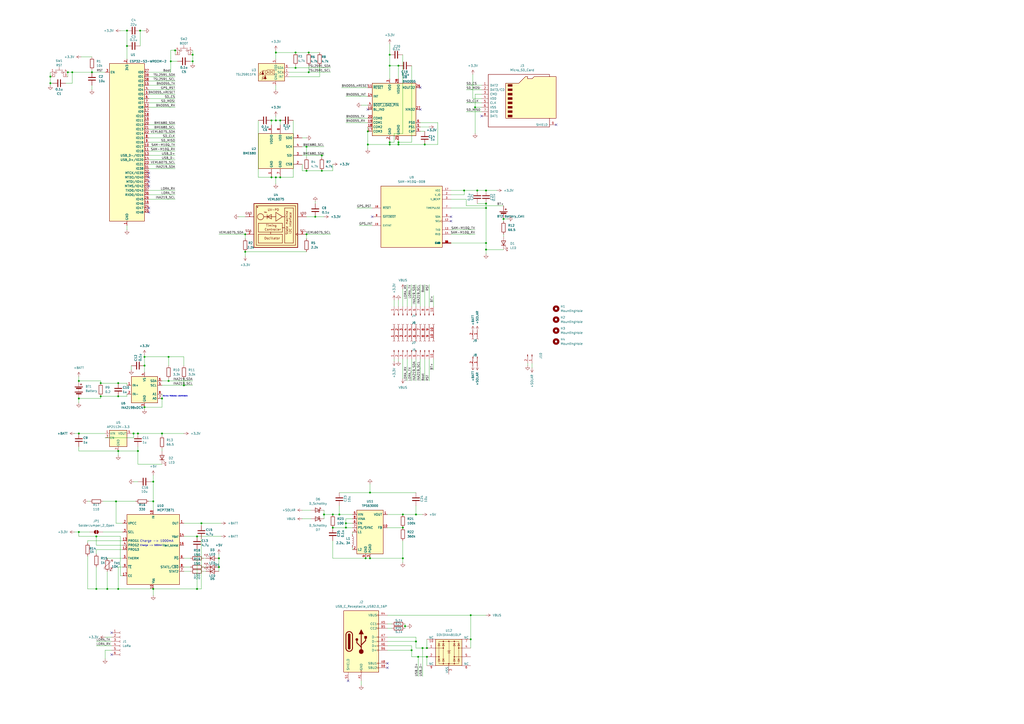
<source format=kicad_sch>
(kicad_sch (version 20250114) (generator "eeschema") (generator_version "9.0")
  (paper "A2")
  (text "Charge -> 1000mA\n" (at 90.932 313.944 0) (effects (font (size 1.27 1.27))))
  (text "Charge -> 500mA\n" (at 87.63 316.484 0) (effects (font (size 0.889 0.889))))
  (text "REVIEW POSSIBLE ADDRESSES\n" (at 101.6 229.87 0) (effects (font (size 0.635 0.635))))
  (junction (at 241.3 298.45))
  (junction (at 127 328.93))
  (junction (at 196.85 298.45))
  (junction (at 179.07 41.91))
  (junction (at 53.34 41.91))
  (junction (at 245.11 375.92))
  (junction (at 186.69 90.17))
  (junction (at 39.37 41.91))
  (junction (at 83.82 212.09))
  (junction (at 83.82 207.01))
  (junction (at 111.76 35.56))
  (junction (at 77.47 251.46))
  (junction (at 162.56 69.85))
  (junction (at 157.48 69.85))
  (junction (at 114.3 311.15))
  (junction (at 247.65 375.92))
  (junction (at 226.06 83.82))
  (junction (at 142.24 146.05))
  (junction (at 157.48 102.87))
  (junction (at 179.07 30.48))
  (junction (at 127 323.85))
  (junction (at 68.58 222.25))
  (junction (at 177.8 135.89))
  (junction (at 231.14 82.55))
  (junction (at 93.98 251.46))
  (junction (at 281.94 120.65))
  (junction (at 160.02 102.87))
  (junction (at 242.57 381))
  (junction (at 162.56 102.87))
  (junction (at 226.06 82.55))
  (junction (at 62.23 341.63))
  (junction (at 246.38 83.82))
  (junction (at 226.06 31.75))
  (junction (at 226.06 38.1))
  (junction (at 273.05 370.84))
  (junction (at 276.86 110.49))
  (junction (at 29.21 44.45))
  (junction (at 231.14 83.82))
  (junction (at 68.58 341.63))
  (junction (at 142.24 135.89))
  (junction (at 281.94 144.78))
  (junction (at 233.68 306.07))
  (junction (at 29.21 48.26))
  (junction (at 67.31 290.83))
  (junction (at 99.06 35.56))
  (junction (at 187.96 298.45))
  (junction (at 88.9 341.63))
  (junction (at 273.05 356.87))
  (junction (at 58.42 229.87))
  (junction (at 45.72 231.14))
  (junction (at 101.6 29.21))
  (junction (at 116.84 303.53))
  (junction (at 73.66 17.78))
  (junction (at 83.82 236.22))
  (junction (at 233.68 298.45))
  (junction (at 41.91 41.91))
  (junction (at 231.14 38.1))
  (junction (at 160.02 30.48))
  (junction (at 281.94 110.49))
  (junction (at 58.42 222.25))
  (junction (at 160.02 69.85))
  (junction (at 68.58 229.87))
  (junction (at 214.63 285.75))
  (junction (at 80.01 261.62))
  (junction (at 292.1 127))
  (junction (at 281.94 118.11))
  (junction (at 55.88 341.63))
  (junction (at 200.66 303.53))
  (junction (at 177.8 99.06))
  (junction (at 88.9 290.83))
  (junction (at 213.36 83.82))
  (junction (at 214.63 323.85))
  (junction (at 193.04 306.07))
  (junction (at 45.72 308.61))
  (junction (at 93.98 231.14))
  (junction (at 111.76 31.75))
  (junction (at 114.3 341.63))
  (junction (at 200.66 306.07))
  (junction (at 106.68 223.52))
  (junction (at 238.76 377.19))
  (junction (at 233.68 323.85))
  (junction (at 97.79 207.01))
  (junction (at 234.95 363.22))
  (junction (at 212.09 323.85))
  (junction (at 80.01 251.46))
  (junction (at 88.9 279.4))
  (junction (at 55.88 311.15))
  (junction (at 247.65 381))
  (junction (at 186.69 99.06))
  (junction (at 45.72 220.98))
  (junction (at 193.04 298.45))
  (junction (at 213.36 76.2))
  (junction (at 275.59 62.23))
  (junction (at 182.88 125.73))
  (junction (at 177.8 85.09))
  (junction (at 281.94 140.97))
  (junction (at 269.24 110.49))
  (junction (at 81.28 17.78))
  (junction (at 241.3 372.11))
  (junction (at 68.58 261.62))
  (junction (at 73.66 26.67))
  (junction (at 97.79 220.98))
  (junction (at 45.72 251.46))
  (junction (at 171.45 30.48))
  (junction (at 171.45 39.37))
  (no_connect (at 86.36 100.33))
  (no_connect (at 64.77 367.03))
  (no_connect (at 201.93 394.97))
  (no_connect (at 86.36 105.41))
  (no_connect (at 215.9 125.73))
  (no_connect (at 243.84 50.8))
  (no_connect (at 224.79 387.35))
  (no_connect (at 86.36 123.19))
  (no_connect (at 261.62 128.27))
  (no_connect (at 86.36 102.87))
  (no_connect (at 213.36 63.5))
  (no_connect (at 243.84 63.5))
  (no_connect (at 261.62 125.73))
  (no_connect (at 279.4 67.31))
  (no_connect (at 322.58 72.39))
  (no_connect (at 86.36 120.65))
  (no_connect (at 86.36 107.95))
  (no_connect (at 64.77 379.73))
  (no_connect (at 224.79 384.81))
  (wire (pts (xy 88.9 290.83) (xy 88.9 279.4)))
  (wire (pts (xy 55.88 328.93) (xy 55.88 341.63)))
  (wire (pts (xy 245.11 375.92) (xy 245.11 392.43)))
  (wire (pts (xy 292.1 137.16) (xy 292.1 135.89)))
  (wire (pts (xy 39.37 41.91) (xy 39.37 44.45)))
  (wire (pts (xy 93.98 251.46) (xy 106.68 251.46)))
  (wire (pts (xy 127 321.31) (xy 127 323.85)))
  (wire (pts (xy 97.79 220.98) (xy 97.79 219.71)))
  (wire (pts (xy 224.79 374.65) (xy 238.76 374.65)))
  (wire (pts (xy 231.14 38.1) (xy 231.14 45.72)))
  (wire (pts (xy 88.9 275.59) (xy 88.9 279.4)))
  (wire (pts (xy 127 135.89) (xy 142.24 135.89)))
  (wire (pts (xy 238.76 374.65) (xy 238.76 377.19)))
  (wire (pts (xy 106.68 323.85) (xy 110.49 323.85)))
  (wire (pts (xy 270.51 115.57) (xy 270.51 119.38)))
  (wire (pts (xy 58.42 222.25) (xy 68.58 222.25)))
  (wire (pts (xy 68.58 328.93) (xy 68.58 341.63)))
  (wire (pts (xy 43.18 308.61) (xy 45.72 308.61)))
  (wire (pts (xy 86.36 95.25) (xy 101.6 95.25)))
  (wire (pts (xy 228.6 208.28) (xy 228.6 209.55)))
  (wire (pts (xy 207.01 120.65) (xy 215.9 120.65)))
  (wire (pts (xy 167.64 44.45) (xy 185.42 44.45)))
  (wire (pts (xy 58.42 229.87) (xy 68.58 229.87)))
  (wire (pts (xy 160.02 49.53) (xy 160.02 52.07)))
  (wire (pts (xy 231.14 82.55) (xy 231.14 83.82)))
  (wire (pts (xy 88.9 295.91) (xy 88.9 290.83)))
  (wire (pts (xy 67.31 290.83) (xy 67.31 303.53)))
  (wire (pts (xy 116.84 312.42) (xy 116.84 341.63)))
  (wire (pts (xy 238.76 82.55) (xy 231.14 82.55)))
  (wire (pts (xy 214.63 285.75) (xy 196.85 285.75)))
  (wire (pts (xy 93.98 228.6) (xy 93.98 231.14)))
  (wire (pts (xy 261.62 113.03) (xy 269.24 113.03)))
  (wire (pts (xy 261.62 110.49) (xy 269.24 110.49)))
  (wire (pts (xy 228.6 77.47) (xy 228.6 82.55)))
  (wire (pts (xy 127 323.85) (xy 127 328.93)))
  (wire (pts (xy 171.45 39.37) (xy 191.77 39.37)))
  (wire (pts (xy 175.26 99.06) (xy 177.8 99.06)))
  (wire (pts (xy 93.98 252.73) (xy 93.98 251.46)))
  (wire (pts (xy 193.04 99.06) (xy 186.69 99.06)))
  (wire (pts (xy 248.92 165.1) (xy 248.92 177.8)))
  (wire (pts (xy 179.07 41.91) (xy 179.07 38.1)))
  (wire (pts (xy 279.4 54.61) (xy 275.59 54.61)))
  (wire (pts (xy 160.02 102.87) (xy 157.48 102.87)))
  (wire (pts (xy 281.94 140.97) (xy 281.94 120.65)))
  (wire (pts (xy 167.64 41.91) (xy 179.07 41.91)))
  (wire (pts (xy 81.28 17.78) (xy 81.28 26.67)))
  (wire (pts (xy 77.47 279.4) (xy 80.01 279.4)))
  (wire (pts (xy 236.22 165.1) (xy 236.22 177.8)))
  (wire (pts (xy 111.76 31.75) (xy 111.76 35.56)))
  (wire (pts (xy 29.21 41.91) (xy 29.21 44.45)))
  (wire (pts (xy 76.2 212.09) (xy 76.2 214.63)))
  (wire (pts (xy 50.8 322.58) (xy 50.8 341.63)))
  (wire (pts (xy 234.95 363.22) (xy 234.95 364.49)))
  (wire (pts (xy 204.47 317.5) (xy 204.47 318.77)))
  (wire (pts (xy 243.84 73.66) (xy 248.92 73.66)))
  (wire (pts (xy 177.8 125.73) (xy 182.88 125.73)))
  (wire (pts (xy 157.48 69.85) (xy 157.48 72.39)))
  (wire (pts (xy 226.06 81.28) (xy 226.06 82.55)))
  (wire (pts (xy 50.8 290.83) (xy 52.07 290.83)))
  (wire (pts (xy 226.06 82.55) (xy 226.06 83.82)))
  (wire (pts (xy 62.23 323.85) (xy 71.12 323.85)))
  (wire (pts (xy 106.68 328.93) (xy 110.49 328.93)))
  (wire (pts (xy 86.36 49.53) (xy 101.6 49.53)))
  (wire (pts (xy 60.96 369.57) (xy 64.77 369.57)))
  (wire (pts (xy 114.3 341.63) (xy 88.9 341.63)))
  (wire (pts (xy 233.68 313.69) (xy 233.68 323.85)))
  (wire (pts (xy 93.98 223.52) (xy 106.68 223.52)))
  (wire (pts (xy 175.26 85.09) (xy 177.8 85.09)))
  (wire (pts (xy 200.66 306.07) (xy 200.66 303.53)))
  (wire (pts (xy 88.9 279.4) (xy 87.63 279.4)))
  (wire (pts (xy 196.85 293.37) (xy 196.85 298.45)))
  (wire (pts (xy 73.66 130.81) (xy 73.66 133.35)))
  (wire (pts (xy 233.68 31.75) (xy 233.68 77.47)))
  (wire (pts (xy 251.46 208.28) (xy 251.46 214.63)))
  (wire (pts (xy 269.24 113.03) (xy 269.24 110.49)))
  (wire (pts (xy 93.98 269.24) (xy 80.01 269.24)))
  (wire (pts (xy 55.88 321.31) (xy 55.88 318.77)))
  (wire (pts (xy 45.72 251.46) (xy 60.96 251.46)))
  (wire (pts (xy 86.36 85.09) (xy 101.6 85.09)))
  (wire (pts (xy 242.57 381) (xy 247.65 381)))
  (wire (pts (xy 231.14 83.82) (xy 246.38 83.82)))
  (wire (pts (xy 86.36 74.93) (xy 101.6 74.93)))
  (wire (pts (xy 86.36 57.15) (xy 101.6 57.15)))
  (wire (pts (xy 73.66 228.6) (xy 73.66 229.87)))
  (wire (pts (xy 81.28 17.78) (xy 83.82 17.78)))
  (wire (pts (xy 55.88 374.65) (xy 64.77 374.65)))
  (wire (pts (xy 246.38 165.1) (xy 246.38 177.8)))
  (wire (pts (xy 50.8 313.69) (xy 71.12 313.69)))
  (wire (pts (xy 281.94 147.32) (xy 281.94 144.78)))
  (wire (pts (xy 231.14 173.99) (xy 231.14 177.8)))
  (wire (pts (xy 162.56 69.85) (xy 162.56 72.39)))
  (wire (pts (xy 209.55 394.97) (xy 209.55 397.51)))
  (wire (pts (xy 29.21 48.26) (xy 29.21 49.53)))
  (wire (pts (xy 142.24 146.05) (xy 177.8 146.05)))
  (wire (pts (xy 46.99 33.02) (xy 53.34 33.02)))
  (wire (pts (xy 86.36 87.63) (xy 101.6 87.63)))
  (wire (pts (xy 233.68 208.28) (xy 233.68 219.71)))
  (wire (pts (xy 86.36 90.17) (xy 101.6 90.17)))
  (wire (pts (xy 281.94 110.49) (xy 288.29 110.49)))
  (wire (pts (xy 160.02 30.48) (xy 160.02 34.29)))
  (wire (pts (xy 224.79 306.07) (xy 233.68 306.07)))
  (wire (pts (xy 224.79 372.11) (xy 241.3 372.11)))
  (wire (pts (xy 149.86 69.85) (xy 149.86 102.87)))
  (wire (pts (xy 242.57 392.43) (xy 242.57 381)))
  (wire (pts (xy 73.66 229.87) (xy 68.58 229.87)))
  (wire (pts (xy 213.36 83.82) (xy 226.06 83.82)))
  (wire (pts (xy 213.36 76.2) (xy 213.36 83.82)))
  (wire (pts (xy 101.6 29.21) (xy 99.06 29.21)))
  (wire (pts (xy 224.79 377.19) (xy 238.76 377.19)))
  (wire (pts (xy 86.36 110.49) (xy 101.6 110.49)))
  (wire (pts (xy 177.8 135.89) (xy 191.77 135.89)))
  (wire (pts (xy 196.85 298.45) (xy 193.04 298.45)))
  (wire (pts (xy 73.66 223.52) (xy 73.66 222.25)))
  (wire (pts (xy 213.36 73.66) (xy 213.36 76.2)))
  (wire (pts (xy 281.94 140.97) (xy 281.94 144.78)))
  (wire (pts (xy 274.32 43.18) (xy 274.32 57.15)))
  (wire (pts (xy 77.47 251.46) (xy 80.01 251.46)))
  (wire (pts (xy 60.96 254) (xy 77.47 254)))
  (wire (pts (xy 214.63 280.67) (xy 214.63 285.75)))
  (wire (pts (xy 41.91 48.26) (xy 41.91 41.91)))
  (wire (pts (xy 308.61 210.82) (xy 308.61 213.36)))
  (wire (pts (xy 243.84 165.1) (xy 243.84 177.8)))
  (wire (pts (xy 114.3 341.63) (xy 116.84 341.63)))
  (wire (pts (xy 254 71.12) (xy 254 83.82)))
  (wire (pts (xy 231.14 81.28) (xy 231.14 82.55)))
  (wire (pts (xy 71.12 316.23) (xy 55.88 316.23)))
  (wire (pts (xy 204.47 308.61) (xy 204.47 309.88)))
  (wire (pts (xy 193.04 95.25) (xy 193.04 99.06)))
  (wire (pts (xy 160.02 69.85) (xy 162.56 69.85)))
  (wire (pts (xy 175.26 300.99) (xy 180.34 300.99)))
  (wire (pts (xy 270.51 59.69) (xy 279.4 59.69)))
  (wire (pts (xy 45.72 261.62) (xy 45.72 259.08)))
  (wire (pts (xy 29.21 44.45) (xy 29.21 48.26)))
  (wire (pts (xy 177.8 85.09) (xy 177.8 91.44)))
  (wire (pts (xy 58.42 220.98) (xy 45.72 220.98)))
  (wire (pts (xy 86.36 62.23) (xy 101.6 62.23)))
  (wire (pts (xy 114.3 318.77) (xy 114.3 341.63)))
  (wire (pts (xy 138.43 125.73) (xy 142.24 125.73)))
  (wire (pts (xy 238.76 377.19) (xy 238.76 381)))
  (wire (pts (xy 224.79 369.57) (xy 241.3 369.57)))
  (wire (pts (xy 200.66 303.53) (xy 204.47 303.53)))
  (wire (pts (xy 209.55 60.96) (xy 213.36 60.96)))
  (wire (pts (xy 116.84 303.53) (xy 128.27 303.53)))
  (wire (pts (xy 247.65 381) (xy 247.65 386.08)))
  (wire (pts (xy 106.68 207.01) (xy 97.79 207.01)))
  (wire (pts (xy 241.3 293.37) (xy 241.3 298.45)))
  (wire (pts (xy 99.06 35.56) (xy 99.06 41.91)))
  (wire (pts (xy 177.8 135.89) (xy 177.8 138.43)))
  (wire (pts (xy 60.96 377.19) (xy 60.96 382.27)))
  (wire (pts (xy 273.05 356.87) (xy 281.94 356.87)))
  (wire (pts (xy 102.87 35.56) (xy 99.06 35.56)))
  (wire (pts (xy 106.68 223.52) (xy 111.76 223.52)))
  (wire (pts (xy 226.06 38.1) (xy 226.06 45.72)))
  (wire (pts (xy 45.72 308.61) (xy 52.07 308.61)))
  (wire (pts (xy 185.42 44.45) (xy 185.42 38.1)))
  (wire (pts (xy 86.36 82.55) (xy 101.6 82.55)))
  (wire (pts (xy 77.47 251.46) (xy 77.47 254)))
  (wire (pts (xy 261.62 115.57) (xy 270.51 115.57)))
  (wire (pts (xy 58.42 231.14) (xy 45.72 231.14)))
  (wire (pts (xy 275.59 77.47) (xy 275.59 62.23)))
  (wire (pts (xy 270.51 119.38) (xy 292.1 119.38)))
  (wire (pts (xy 261.62 120.65) (xy 281.94 120.65)))
  (wire (pts (xy 80.01 261.62) (xy 68.58 261.62)))
  (wire (pts (xy 200.66 71.12) (xy 213.36 71.12)))
  (wire (pts (xy 233.68 323.85) (xy 233.68 326.39)))
  (wire (pts (xy 224.79 364.49) (xy 227.33 364.49)))
  (wire (pts (xy 228.6 173.99) (xy 228.6 177.8)))
  (wire (pts (xy 187.96 298.45) (xy 187.96 295.91)))
  (wire (pts (xy 200.66 300.99) (xy 204.47 300.99)))
  (wire (pts (xy 69.85 311.15) (xy 55.88 311.15)))
  (wire (pts (xy 118.11 328.93) (xy 119.38 328.93)))
  (wire (pts (xy 88.9 341.63) (xy 88.9 345.44)))
  (wire (pts (xy 170.18 69.85) (xy 170.18 102.87)))
  (wire (pts (xy 41.91 41.91) (xy 53.34 41.91)))
  (wire (pts (xy 86.36 77.47) (xy 101.6 77.47)))
  (wire (pts (xy 62.23 341.63) (xy 68.58 341.63)))
  (wire (pts (xy 83.82 207.01) (xy 83.82 212.09)))
  (wire (pts (xy 149.86 102.87) (xy 157.48 102.87)))
  (wire (pts (xy 186.69 90.17) (xy 187.96 90.17)))
  (wire (pts (xy 171.45 39.37) (xy 171.45 38.1)))
  (wire (pts (xy 238.76 38.1) (xy 238.76 82.55)))
  (wire (pts (xy 276.86 110.49) (xy 281.94 110.49)))
  (wire (pts (xy 261.62 135.89) (xy 275.59 135.89)))
  (wire (pts (xy 171.45 30.48) (xy 179.07 30.48)))
  (wire (pts (xy 233.68 167.64) (xy 233.68 177.8)))
  (wire (pts (xy 78.74 290.83) (xy 67.31 290.83)))
  (wire (pts (xy 167.64 39.37) (xy 171.45 39.37)))
  (wire (pts (xy 55.88 316.23) (xy 55.88 311.15)))
  (wire (pts (xy 226.06 25.4) (xy 226.06 31.75)))
  (wire (pts (xy 200.66 68.58) (xy 213.36 68.58)))
  (wire (pts (xy 234.95 361.95) (xy 234.95 363.22)))
  (wire (pts (xy 73.66 26.67) (xy 73.66 34.29)))
  (wire (pts (xy 86.36 115.57) (xy 101.6 115.57)))
  (wire (pts (xy 241.3 298.45) (xy 233.68 298.45)))
  (wire (pts (xy 64.77 377.19) (xy 60.96 377.19)))
  (wire (pts (xy 160.02 30.48) (xy 171.45 30.48)))
  (wire (pts (xy 38.1 48.26) (xy 41.91 48.26)))
  (wire (pts (xy 50.8 314.96) (xy 50.8 313.69)))
  (wire (pts (xy 71.12 334.01) (xy 69.85 334.01)))
  (wire (pts (xy 58.42 229.87) (xy 58.42 231.14)))
  (wire (pts (xy 193.04 313.69) (xy 193.04 323.85)))
  (wire (pts (xy 200.66 55.88) (xy 213.36 55.88)))
  (wire (pts (xy 187.96 298.45) (xy 187.96 300.99)))
  (wire (pts (xy 238.76 381) (xy 242.57 381)))
  (wire (pts (xy 53.34 49.53) (xy 53.34 52.07)))
  (wire (pts (xy 292.1 127) (xy 292.1 128.27)))
  (wire (pts (xy 200.66 306.07) (xy 204.47 306.07)))
  (wire (pts (xy 226.06 38.1) (xy 231.14 38.1)))
  (wire (pts (xy 275.59 62.23) (xy 279.4 62.23)))
  (wire (pts (xy 193.04 298.45) (xy 187.96 298.45)))
  (wire (pts (xy 208.28 130.81) (xy 215.9 130.81)))
  (wire (pts (xy 106.68 223.52) (xy 106.68 219.71)))
  (wire (pts (xy 71.12 328.93) (xy 68.58 328.93)))
  (wire (pts (xy 241.3 372.11) (xy 241.3 375.92)))
  (wire (pts (xy 106.68 331.47) (xy 110.49 331.47)))
  (wire (pts (xy 182.88 116.84) (xy 182.88 118.11)))
  (wire (pts (xy 177.8 99.06) (xy 186.69 99.06)))
  (wire (pts (xy 45.72 218.44) (xy 45.72 220.98)))
  (wire (pts (xy 83.82 212.09) (xy 83.82 215.9)))
  (wire (pts (xy 241.3 369.57) (xy 241.3 372.11)))
  (wire (pts (xy 142.24 135.89) (xy 142.24 138.43)))
  (wire (pts (xy 106.68 212.09) (xy 106.68 207.01)))
  (wire (pts (xy 245.11 375.92) (xy 247.65 375.92)))
  (wire (pts (xy 97.79 212.09) (xy 97.79 207.01)))
  (wire (pts (xy 80.01 259.08) (xy 80.01 261.62)))
  (wire (pts (xy 86.36 46.99) (xy 101.6 46.99)))
  (wire (pts (xy 86.36 80.01) (xy 101.6 80.01)))
  (wire (pts (xy 198.12 50.8) (xy 213.36 50.8)))
  (wire (pts (xy 241.3 375.92) (xy 245.11 375.92)))
  (wire (pts (xy 241.3 165.1) (xy 241.3 177.8)))
  (wire (pts (xy 93.98 236.22) (xy 83.82 236.22)))
  (wire (pts (xy 111.76 29.21) (xy 111.76 31.75)))
  (wire (pts (xy 261.62 133.35) (xy 275.59 133.35)))
  (wire (pts (xy 270.51 52.07) (xy 279.4 52.07)))
  (wire (pts (xy 193.04 306.07) (xy 200.66 306.07)))
  (wire (pts (xy 292.1 127) (xy 294.64 127)))
  (wire (pts (xy 111.76 35.56) (xy 110.49 35.56)))
  (wire (pts (xy 193.04 323.85) (xy 212.09 323.85)))
  (wire (pts (xy 29.21 48.26) (xy 30.48 48.26)))
  (wire (pts (xy 270.51 49.53) (xy 279.4 49.53)))
  (wire (pts (xy 86.36 92.71) (xy 101.6 92.71)))
  (wire (pts (xy 111.76 35.56) (xy 111.76 36.83)))
  (wire (pts (xy 68.58 341.63) (xy 88.9 341.63)))
  (wire (pts (xy 214.63 323.85) (xy 233.68 323.85)))
  (wire (pts (xy 281.94 118.11) (xy 281.94 120.65)))
  (wire (pts (xy 224.79 361.95) (xy 227.33 361.95)))
  (wire (pts (xy 86.36 113.03) (xy 101.6 113.03)))
  (wire (pts (xy 58.42 222.25) (xy 58.42 220.98)))
  (wire (pts (xy 273.05 356.87) (xy 224.79 356.87)))
  (wire (pts (xy 93.98 260.35) (xy 93.98 261.62)))
  (wire (pts (xy 116.84 303.53) (xy 106.68 303.53)))
  (wire (pts (xy 106.68 311.15) (xy 114.3 311.15)))
  (wire (pts (xy 83.82 205.74) (xy 83.82 207.01)))
  (wire (pts (xy 68.58 261.62) (xy 45.72 261.62)))
  (wire (pts (xy 182.88 125.73) (xy 187.96 125.73)))
  (wire (pts (xy 270.51 64.77) (xy 279.4 64.77)))
  (wire (pts (xy 86.36 72.39) (xy 101.6 72.39)))
  (wire (pts (xy 118.11 331.47) (xy 119.38 331.47)))
  (wire (pts (xy 241.3 220.98) (xy 241.3 208.28)))
  (wire (pts (xy 204.47 298.45) (xy 196.85 298.45)))
  (wire (pts (xy 45.72 311.15) (xy 45.72 308.61)))
  (wire (pts (xy 55.88 341.63) (xy 62.23 341.63)))
  (wire (pts (xy 160.02 102.87) (xy 162.56 102.87)))
  (wire (pts (xy 214.63 285.75) (xy 241.3 285.75)))
  (wire (pts (xy 213.36 83.82) (xy 213.36 86.36)))
  (wire (pts (xy 43.18 251.46) (xy 45.72 251.46)))
  (wire (pts (xy 73.66 17.78) (xy 73.66 26.67)))
  (wire (pts (xy 276.86 118.11) (xy 281.94 118.11)))
  (wire (pts (xy 86.36 52.07) (xy 101.6 52.07)))
  (wire (pts (xy 69.85 17.78) (xy 73.66 17.78)))
  (wire (pts (xy 273.05 370.84) (xy 273.05 375.92)))
  (wire (pts (xy 233.68 77.47) (xy 228.6 77.47)))
  (wire (pts (xy 160.02 69.85) (xy 157.48 69.85)))
  (wire (pts (xy 99.06 29.21) (xy 99.06 35.56)))
  (wire (pts (xy 55.88 372.11) (xy 64.77 372.11)))
  (wire (pts (xy 175.26 90.17) (xy 186.69 90.17)))
  (wire (pts (xy 116.84 303.53) (xy 116.84 304.8)))
  (wire (pts (xy 269.24 110.49) (xy 276.86 110.49)))
  (wire (pts (xy 243.84 220.98) (xy 243.84 208.28)))
  (wire (pts (xy 186.69 90.17) (xy 186.69 91.44)))
  (wire (pts (xy 114.3 311.15) (xy 128.27 311.15)))
  (wire (pts (xy 39.37 41.91) (xy 41.91 41.91)))
  (wire (pts (xy 200.66 303.53) (xy 200.66 300.99)))
  (wire (pts (xy 175.26 95.25) (xy 175.26 99.06)))
  (wire (pts (xy 274.32 57.15) (xy 279.4 57.15)))
  (wire (pts (xy 142.24 146.05) (xy 142.24 148.59)))
  (wire (pts (xy 234.95 363.22) (xy 236.22 363.22)))
  (wire (pts (xy 160.02 29.21) (xy 160.02 30.48)))
  (wire (pts (xy 99.06 41.91) (xy 86.36 41.91)))
  (wire (pts (xy 86.36 290.83) (xy 88.9 290.83)))
  (wire (pts (xy 76.2 251.46) (xy 77.47 251.46)))
  (wire (pts (xy 86.36 59.69) (xy 101.6 59.69)))
  (wire (pts (xy 246.38 208.28) (xy 246.38 220.98)))
  (wire (pts (xy 273.05 370.84) (xy 273.05 356.87)))
  (wire (pts (xy 86.36 97.79) (xy 101.6 97.79)))
  (wire (pts (xy 160.02 67.31) (xy 160.02 69.85)))
  (wire (pts (xy 118.11 323.85) (xy 119.38 323.85)))
  (wire (pts (xy 261.62 140.97) (xy 281.94 140.97)))
  (wire (pts (xy 93.98 231.14) (xy 93.98 236.22)))
  (wire (pts (xy 160.02 106.68) (xy 160.02 102.87)))
  (wire (pts (xy 175.26 295.91) (xy 180.34 295.91)))
  (wire (pts (xy 93.98 251.46) (xy 80.01 251.46)))
  (wire (pts (xy 179.07 41.91) (xy 191.77 41.91)))
  (wire (pts (xy 177.8 85.09) (xy 187.96 85.09)))
  (wire (pts (xy 53.34 40.64) (xy 53.34 41.91)))
  (wire (pts (xy 97.79 220.98) (xy 111.76 220.98)))
  (wire (pts (xy 55.88 311.15) (xy 45.72 311.15)))
  (wire (pts (xy 80.01 269.24) (xy 80.01 261.62)))
  (wire (pts (xy 226.06 83.82) (xy 231.14 83.82)))
  (wire (pts (xy 238.76 220.98) (xy 238.76 208.28)))
  (wire (pts (xy 62.23 331.47) (xy 62.23 341.63)))
  (wire (pts (xy 59.69 290.83) (xy 67.31 290.83)))
  (wire (pts (xy 101.6 29.21) (xy 101.6 31.75)))
  (wire (pts (xy 241.3 298.45) (xy 245.11 298.45)))
  (wire (pts (xy 238.76 165.1) (xy 238.76 177.8)))
  (wire (pts (xy 97.79 207.01) (xy 83.82 207.01)))
  (wire (pts (xy 248.92 208.28) (xy 248.92 220.98)))
  (wire (pts (xy 170.18 102.87) (xy 162.56 102.87)))
  (wire (pts (xy 55.88 318.77) (xy 71.12 318.77)))
  (wire (pts (xy 292.1 144.78) (xy 281.94 144.78)))
  (wire (pts (xy 306.07 210.82) (xy 306.07 212.09)))
  (wire (pts (xy 179.07 30.48) (xy 185.42 30.48)))
  (wire (pts (xy 53.34 41.91) (xy 60.96 41.91)))
  (wire (pts (xy 243.84 71.12) (xy 254 71.12)))
  (wire (pts (xy 231.14 208.28) (xy 231.14 209.55)))
  (wire (pts (xy 68.58 261.62) (xy 68.58 264.16)))
  (wire (pts (xy 127 328.93) (xy 127 331.47)))
  (wire (pts (xy 236.22 220.98) (xy 236.22 208.28)))
  (wire (pts (xy 86.36 44.45) (xy 101.6 44.45)))
  (wire (pts (xy 50.8 341.63) (xy 55.88 341.63)))
  (wire (pts (xy 175.26 80.01) (xy 177.8 80.01)))
  (wire (pts (xy 69.85 334.01) (xy 69.85 311.15)))
  (wire (pts (xy 226.06 31.75) (xy 226.06 38.1)))
  (wire (pts (xy 224.79 298.45) (xy 233.68 298.45)))
  (wire (pts (xy 212.09 323.85) (xy 214.63 323.85)))
  (wire (pts (xy 228.6 82.55) (xy 226.06 82.55)))
  (wire (pts (xy 86.36 54.61) (xy 101.6 54.61)))
  (wire (pts (xy 275.59 54.61) (xy 275.59 62.23)))
  (wire (pts (xy 254 83.82) (xy 246.38 83.82)))
  (wire (pts (xy 73.66 222.25) (xy 68.58 222.25)))
  (wire (pts (xy 59.69 308.61) (xy 71.12 308.61)))
  (wire (pts (xy 45.72 231.14) (xy 45.72 233.68)))
  (wire (pts (xy 251.46 171.45) (xy 251.46 177.8)))
  (wire (pts (xy 243.84 76.2) (xy 246.38 76.2)))
  (wire (pts (xy 247.65 370.84) (xy 247.65 375.92)))
  (wire (pts (xy 83.82 236.22) (xy 83.82 237.49)))
  (wire (pts (xy 93.98 220.98) (xy 97.79 220.98)))
  (wire (pts (xy 67.31 303.53) (xy 71.12 303.53)))
  (label "INA219_SCL" (at 243.84 165.1 270))
  (label "SAM-M10Q_TX" (at 101.6 85.09 180))
  (label "GPS_RST" (at 207.01 120.65 0))
  (label "SD_CLK" (at 270.51 59.69 0))
  (label "Boot" (at 246.38 220.98 90))
  (label "GPS_INT" (at 208.28 130.81 0))
  (label "SD_MOSI" (at 101.6 59.69 180))
  (label "BME680_SCL" (at 101.6 74.93 180))
  (label "SAM-M10Q_RX" (at 101.6 87.63 180))
  (label "RST" (at 59.69 41.91 180))
  (label "BNO055_nRESET" (at 198.12 50.8 0))
  (label "BME680_SDA" (at 101.6 72.39 180))
  (label "SD_CS" (at 101.6 57.15 180))
  (label "BT+" (at 251.46 214.63 90))
  (label "SD_MOSI" (at 270.51 52.07 0))
  (label "INA219_SDA" (at 111.76 220.98 180))
  (label "INA219_SDA" (at 241.3 165.1 270))
  (label "TSL2591_SCL" (at 191.77 41.91 180))
  (label "TSL2591_SDA" (at 191.77 39.37 180))
  (label "SD_CLK" (at 101.6 80.01 180))
  (label "BNO055_TX" (at 200.66 68.58 0))
  (label "BNO055_RX" (at 101.6 62.23 180))
  (label "SD_CS" (at 270.51 49.53 0))
  (label "TSL2591_SCL" (at 101.6 46.99 180))
  (label "Boot" (at 99.06 41.91 180))
  (label "Boot" (at 246.38 165.1 270))
  (label "BNO055_RX" (at 200.66 71.12 0))
  (label "LORA_RX" (at 236.22 165.1 270))
  (label "LORA_TX" (at 55.88 372.11 0))
  (label "INA219_SCL" (at 111.76 223.52 180))
  (label "LORA_RX" (at 55.88 374.65 0))
  (label "USB_D+" (at 242.57 392.43 90))
  (label "USB_D-" (at 245.11 392.43 90))
  (label "BNO055_TX" (at 101.6 49.53 180))
  (label "SAM-M10Q_RX" (at 275.59 135.89 180))
  (label "RST" (at 248.92 165.1 270))
  (label "BT+" (at 288.29 119.38 0))
  (label "INA219_SCL" (at 101.6 115.57 180))
  (label "LORA_RX" (at 101.6 110.49 180))
  (label "BME680_SDA" (at 187.96 90.17 180))
  (label "TSL2591_SDA" (at 101.6 44.45 180))
  (label "VEML6075_SDA" (at 127 135.89 0))
  (label "LORA_TX" (at 238.76 165.1 270))
  (label "INA219_SDA" (at 241.3 220.98 90))
  (label "LORA_TX" (at 238.76 220.98 90))
  (label "LORA_TX" (at 101.6 113.03 180))
  (label "USB_D+" (at 101.6 90.17 180))
  (label "VEML6075_SCL" (at 191.77 135.89 180))
  (label "RST" (at 248.92 220.98 90))
  (label "LORA_RX" (at 236.22 220.98 90))
  (label "VEML6075_SDA" (at 101.6 77.47 180))
  (label "GPS_RST" (at 101.6 52.07 180))
  (label "INA219_SDA" (at 101.6 97.79 180))
  (label "BME680_SCL" (at 187.96 85.09 180))
  (label "VEML6075_SCL" (at 101.6 95.25 180))
  (label "INA219_SCL" (at 243.84 220.98 90))
  (label "BT+" (at 251.46 171.45 270))
  (label "SD_MISO" (at 270.51 64.77 0))
  (label "SD_MISO" (at 101.6 82.55 180))
  (label "BNO055_nRESET" (at 101.6 54.61 180))
  (label "BNO055_INT" (at 200.66 55.88 0))
  (label "USB_D-" (at 101.6 92.71 180))
  (label "SAM-M10Q_TX" (at 275.59 133.35 180))
  (symbol (lib_id "RF_Module:ESP32-S3-WROOM-2") (at 73.66 82.55 0) (unit 1)
    (property "Reference" "U1" (at 75.8033 31.75 0) (effects (justify left)))
    (property "Value" "ESP32-S3-WROOM-2" (at 75.184 35.56 0) (effects (justify left)))
    (property "Footprint" "RF_Module:ESP32-S3-WROOM-2" (effects (hide yes)))
    (property "Datasheet" "https://www.espressif.com/sites/default/files/documentation/esp32-s3-wroom-2_datasheet_en.pdf" (effects (hide yes)))
    (property "Description" "RF Module, 2.4 GHz, Wi­-Fi, Bluetooth, BLE, ESP32­-S3R8V" (effects (hide yes)))
  )
  (symbol (lib_id "Device:C") (at 114.3 314.96 0) (unit 1)
    (property "Reference" "C13" (at 116.84 313.69 0) (effects (justify left)))
    (property "Value" "4.7u" (at 116.84 316.23 0) (effects (justify left)))
    (property "Footprint" "Capacitor_SMD:C_0603_1608Metric" (effects (hide yes)))
    (property "Description" "Unpolarized capacitor" (effects (hide yes)))
  )
  (symbol (lib_id "power:GND") (at 83.82 237.49 0) (mirror y) (unit 1)
    (property "Reference" "#PWR021" (effects (hide yes)))
    (property "Value" "GND" (effects (hide yes)))
    (property "Description" "Power symbol creates a global label with name \"GND\" , ground" (effects (hide yes)))
  )
  (symbol (lib_id "power:+BATT") (at 45.72 218.44 0) (unit 1)
    (property "Reference" "#PWR017" (effects (hide yes)))
    (property "Value" "+BATT" (at 45.72 213.36 0))
    (property "Description" "Power symbol creates a global label with name \"+BATT\"" (effects (hide yes)))
  )
  (symbol (lib_id "Connector:Conn_01x02_Pin") (at 276.86 207.01 270) (unit 1)
    (property "Reference" "J8" (at 274.32 205.994 90) (effects (justify left)))
    (property "Value" "Conn_01x02_Pin" (effects (hide yes)))
    (property "Footprint" "Connector_PinHeader_2.54mm:PinHeader_1x02_P2.54mm_Horizontal" (effects (hide yes)))
    (property "Description" "Generic connector, single row, 01x02, script generated" (effects (hide yes)))
  )
  (symbol (lib_id "power:VBUS") (at 281.94 356.87 270) (unit 1)
    (property "Reference" "#PWR049" (effects (hide yes)))
    (property "Value" "VBUS" (at 285.75 356.8699 90) (effects (justify left)))
    (property "Description" "Power symbol creates a global label with name \"VBUS\"" (effects (hide yes)))
  )
  (symbol (lib_id "power:VBUS") (at 233.68 219.71 180) (unit 1)
    (property "Reference" "#PWR057" (effects (hide yes)))
    (property "Value" "VBUS" (at 233.68 224.79 0))
    (property "Description" "Power symbol creates a global label with name \"VBUS\"" (effects (hide yes)))
  )
  (symbol (lib_id "Device:C") (at 53.34 45.72 0) (unit 1)
    (property "Reference" "C2" (at 57.15 44.4499 0) (effects (justify left)))
    (property "Value" "10u" (at 57.15 46.9899 0) (effects (justify left)))
    (property "Footprint" "Capacitor_SMD:C_0603_1608Metric" (effects (hide yes)))
    (property "Description" "Unpolarized capacitor" (effects (hide yes)))
  )
  (symbol (lib_id "power:GND") (at 306.07 212.09 0) (mirror y) (unit 1)
    (property "Reference" "#PWR062" (effects (hide yes)))
    (property "Value" "GND" (effects (hide yes)))
    (property "Description" "Power symbol creates a global label with name \"GND\" , ground" (effects (hide yes)))
  )
  (symbol (lib_id "Device:C") (at 246.38 80.01 0) (unit 1)
    (property "Reference" "C14" (at 250.444 79.248 0))
    (property "Value" "1u" (at 250.952 80.772 0))
    (property "Footprint" "Capacitor_SMD:C_0603_1608Metric" (effects (hide yes)))
    (property "Description" "Unpolarized capacitor" (effects (hide yes)))
  )
  (symbol (lib_id "power:+5V") (at 175.26 295.91 90) (unit 1)
    (property "Reference" "#PWR047" (effects (hide yes)))
    (property "Value" "+SOLAR" (at 171.45 295.9099 90) (effects (justify left)))
    (property "Description" "Power symbol creates a global label with name \"+5V\"" (effects (hide yes)))
  )
  (symbol (lib_id "Connector:USB_C_Receptacle_USB2.0_16P") (at 209.55 372.11 0) (unit 1)
    (property "Reference" "J2" (at 209.55 349.25 0))
    (property "Value" "USB_C_Receptacle_USB2.0_16P" (at 209.55 351.79 0))
    (property "Footprint" "Connector_USB:USB_C_Receptacle_G-Switch_GT-USB-7010ASV" (effects (hide yes)))
    (property "Datasheet" "https://www.usb.org/sites/default/files/documents/usb_type-c.zip" (effects (hide yes)))
    (property "Description" "USB 2.0-only 16P Type-C Receptacle connector" (effects (hide yes)))
  )
  (symbol (lib_id "Device:R") (at 50.8 318.77 0) (unit 1)
    (property "Reference" "R14" (at 51.816 318.262 0) (effects (justify left)))
    (property "Value" "1k" (at 52.07 320.04 0) (effects (justify left)))
    (property "Footprint" "Resistor_SMD:R_1206_3216Metric" (effects (hide yes)))
    (property "Description" "Resistor" (effects (hide yes)))
  )
  (symbol (lib_id "Device:C") (at 80.01 212.09 90) (unit 1)
    (property "Reference" "C12" (at 78.74 209.55 0) (effects (justify left)))
    (property "Value" "0.1u" (at 81.28 209.55 0) (effects (justify left)))
    (property "Footprint" "Capacitor_SMD:C_0603_1608Metric" (effects (hide yes)))
    (property "Description" "Unpolarized capacitor" (effects (hide yes)))
  )
  (symbol (lib_id "power:+3.3V") (at 288.29 110.49 270) (unit 1)
    (property "Reference" "#PWR026" (effects (hide yes)))
    (property "Value" "+3.3V" (at 292.1 110.4899 90) (effects (justify left)))
    (property "Description" "Power symbol creates a global label with name \"+3.3V\"" (effects (hide yes)))
  )
  (symbol (lib_id "power:+3.3V") (at 187.96 125.73 270) (unit 1)
    (property "Reference" "#PWR014" (effects (hide yes)))
    (property "Value" "+3.3V" (at 191.77 125.7299 90) (effects (justify left)))
    (property "Description" "Power symbol creates a global label with name \"+3.3V\"" (effects (hide yes)))
  )
  (symbol (lib_id "power:+3.3V") (at 274.32 43.18 0) (unit 1)
    (property "Reference" "#PWR034" (effects (hide yes)))
    (property "Value" "+3.3V" (at 274.32 38.1 0))
    (property "Description" "Power symbol creates a global label with name \"+3.3V\"" (effects (hide yes)))
  )
  (symbol (lib_id "Device:R") (at 177.8 142.24 0) (unit 1)
    (property "Reference" "R5" (at 180.34 140.9699 0) (effects (justify left)))
    (property "Value" "2.2k" (at 180.34 143.5099 0) (effects (justify left)))
    (property "Footprint" "Resistor_SMD:R_0603_1608Metric" (effects (hide yes)))
    (property "Description" "Resistor" (effects (hide yes)))
  )
  (symbol (lib_id "Device:R") (at 97.79 215.9 0) (unit 1)
    (property "Reference" "R10" (at 100.33 214.6299 0) (effects (justify left)))
    (property "Value" "3.3k" (at 100.33 217.1699 0) (effects (justify left)))
    (property "Footprint" "Resistor_SMD:R_0603_1608Metric" (effects (hide yes)))
    (property "Description" "Resistor" (effects (hide yes)))
  )
  (symbol (lib_id "Device:C") (at 45.72 255.27 0) (unit 1)
    (property "Reference" "C9" (at 48.26 254 0) (effects (justify left)))
    (property "Value" "1u" (at 48.26 256.54 0) (effects (justify left)))
    (property "Footprint" "Capacitor_SMD:C_0603_1608Metric" (effects (hide yes)))
    (property "Description" "Unpolarized capacitor" (effects (hide yes)))
  )
  (symbol (lib_id "Device:R") (at 231.14 361.95 90) (unit 1)
    (property "Reference" "R24" (at 231.14 361.95 90))
    (property "Value" "5.1k" (at 231.394 359.918 90))
    (property "Footprint" "Resistor_SMD:R_1206_3216Metric" (effects (hide yes)))
    (property "Description" "Resistor" (effects (hide yes)))
  )
  (symbol (lib_id "power:+BATT") (at 128.27 311.15 270) (unit 1)
    (property "Reference" "#PWR038" (effects (hide yes)))
    (property "Value" "+BATT" (at 132.08 311.1499 90) (effects (justify left)))
    (property "Description" "Power symbol creates a global label with name \"+BATT\"" (effects (hide yes)))
  )
  (symbol (lib_id "Device:R") (at 93.98 256.54 0) (unit 1)
    (property "Reference" "R13" (at 96.52 255.2699 0) (effects (justify left)))
    (property "Value" "66.5" (at 96.52 257.8099 0) (effects (justify left)))
    (property "Footprint" "Resistor_SMD:R_1206_3216Metric" (effects (hide yes)))
    (property "Description" "Resistor" (effects (hide yes)))
  )
  (symbol (lib_id "Device:C") (at 241.3 289.56 0) (unit 1)
    (property "Reference" "C24" (at 244.729 291.211 90) (effects (justify left)))
    (property "Value" "10u" (at 247.015 291.465 90) (effects (justify left)))
    (property "Footprint" "Capacitor_SMD:C_0603_1608Metric" (effects (hide yes)))
    (property "Description" "Unpolarized capacitor" (effects (hide yes)))
  )
  (symbol (lib_id "power:+3.3V") (at 43.18 308.61 90) (unit 1)
    (property "Reference" "#PWR043" (effects (hide yes)))
    (property "Value" "+3.3V" (at 39.37 308.6099 90) (effects (justify left)))
    (property "Description" "Power symbol creates a global label with name \"+3.3V\"" (effects (hide yes)))
  )
  (symbol (lib_id "Device:R") (at 185.42 34.29 0) (unit 1)
    (property "Reference" "R8" (at 186.436 33.02 0) (effects (justify left)))
    (property "Value" "4.7k" (at 186.436 35.56 0) (effects (justify left)))
    (property "Footprint" "Resistor_SMD:R_0603_1608Metric" (effects (hide yes)))
    (property "Description" "Resistor" (effects (hide yes)))
  )
  (symbol (lib_id "power:GND") (at 275.59 77.47 0) (mirror y) (unit 1)
    (property "Reference" "#PWR033" (effects (hide yes)))
    (property "Value" "GND" (effects (hide yes)))
    (property "Description" "Power symbol creates a global label with name \"GND\" , ground" (effects (hide yes)))
  )
  (symbol (lib_id "power:GND") (at 60.96 382.27 0) (mirror y) (unit 1)
    (property "Reference" "#PWR024" (effects (hide yes)))
    (property "Value" "GND" (effects (hide yes)))
    (property "Description" "Power symbol creates a global label with name \"GND\" , ground" (effects (hide yes)))
  )
  (symbol (lib_id "Device:R") (at 114.3 328.93 270) (mirror x) (unit 1)
    (property "Reference" "R19" (at 114.3 324.358 90))
    (property "Value" "150" (at 114.3 326.898 90))
    (property "Footprint" "Resistor_SMD:R_1206_3216Metric" (effects (hide yes)))
    (property "Description" "Resistor" (effects (hide yes)))
  )
  (symbol (lib_id "Device:R") (at 179.07 34.29 0) (unit 1)
    (property "Reference" "R6" (at 180.086 33.02 0) (effects (justify left)))
    (property "Value" "4.7k" (at 180.086 35.56 0) (effects (justify left)))
    (property "Footprint" "Resistor_SMD:R_0603_1608Metric" (effects (hide yes)))
    (property "Description" "Resistor" (effects (hide yes)))
  )
  (symbol (lib_id "Device:R") (at 82.55 290.83 270) (unit 1)
    (property "Reference" "R16" (at 80.518 292.862 90) (effects (justify left)))
    (property "Value" "330" (at 80.518 295.402 90) (effects (justify left)))
    (property "Footprint" "Resistor_SMD:R_1206_3216Metric" (effects (hide yes)))
    (property "Description" "Resistor" (effects (hide yes)))
  )
  (symbol (lib_id "power:GND") (at 231.14 173.99 180) (unit 1)
    (property "Reference" "#PWR056" (effects (hide yes)))
    (property "Value" "GND" (effects (hide yes)))
    (property "Description" "Power symbol creates a global label with name \"GND\" , ground" (effects (hide yes)))
  )
  (symbol (lib_id "power:+BATT") (at 128.27 303.53 270) (unit 1)
    (property "Reference" "#PWR039" (effects (hide yes)))
    (property "Value" "+BATT" (at 132.08 303.5299 90) (effects (justify left)))
    (property "Description" "Power symbol creates a global label with name \"+BATT\"" (effects (hide yes)))
  )
  (symbol (lib_id "power:+5V") (at 308.61 213.36 0) (mirror x) (unit 1)
    (property "Reference" "#PWR061" (effects (hide yes)))
    (property "Value" "+SOLAR" (at 308.6101 217.17 90) (effects (justify left)))
    (property "Description" "Power symbol creates a global label with name \"+5V\"" (effects (hide yes)))
  )
  (symbol (lib_id "power:+5V") (at 88.9 275.59 0) (unit 1)
    (property "Reference" "#PWR044" (effects (hide yes)))
    (property "Value" "+5V" (at 88.9 270.51 0))
    (property "Description" "Power symbol creates a global label with name \"+5V\"" (effects (hide yes)))
  )
  (symbol (lib_id "power:VBUS") (at 175.26 300.99 90) (unit 1)
    (property "Reference" "#PWR046" (effects (hide yes)))
    (property "Value" "VBUS" (at 171.45 300.9899 90) (effects (justify left)))
    (property "Description" "Power symbol creates a global label with name \"VBUS\"" (effects (hide yes)))
  )
  (symbol (lib_id "Device:C") (at 77.47 26.67 90) (mirror x) (unit 1)
    (property "Reference" "C3" (at 77.47 21.336 90))
    (property "Value" "0.1u" (at 77.47 23.114 90))
    (property "Footprint" "Capacitor_SMD:C_0603_1608Metric" (effects (hide yes)))
    (property "Description" "Unpolarized capacitor" (effects (hide yes)))
  )
  (symbol (lib_id "power:GND") (at 294.64 127 90) (mirror x) (unit 1)
    (property "Reference" "#PWR058" (effects (hide yes)))
    (property "Value" "GND" (effects (hide yes)))
    (property "Description" "Power symbol creates a global label with name \"GND\" , ground" (effects (hide yes)))
  )
  (symbol (lib_id "VEML6075:VEML6075") (at 160.02 130.81 0) (unit 1)
    (property "Reference" "U4" (at 160.0407 113.03 0))
    (property "Value" "VEML6075" (at 160.0407 115.57 0))
    (property "Footprint" "VEML6075 (1):VISHAY_VEML6075_1.25X2X1" (effects (hide yes)))
    (property "Datasheet" "https://mm.digikey.com/Volume0/opasdata/d220001/medias/docus/1256/VEML6075.pdf" (effects (hide yes)))
    (property "TAPE_REEL" "YES" (effects (hide yes)))
    (property "MF" "Vishay Semiconductor Opto Division" (effects (hide yes)))
    (property "Description_1" "Optical Sensor Ultraviolet (UV) 330nm, 365nm I2C 4-TFLGA" (effects (hide yes)))
    (property "Package" "None" (effects (hide yes)))
    (property "Price" "None" (effects (hide yes)))
    (property "VOLUME" "MOQ: 2500 pcs" (effects (hide yes)))
    (property "SnapEDA_Link" "https://www.snapeda.com/parts/VEML6075/Vishay/view-part/?ref=snap" (effects (hide yes)))
    (property "MP" "VEML6075" (effects (hide yes)))
    (property "Availability" "In Stock" (effects (hide yes)))
    (property "Check_prices" "https://www.snapeda.com/parts/VEML6075/Vishay/view-part/?ref=eda" (effects (hide yes)))
  )
  (symbol (lib_id "power:+3.3V") (at 228.6 173.99 0) (mirror y) (unit 1)
    (property "Reference" "#PWR055" (effects (hide yes)))
    (property "Value" "+3.3V" (at 228.5999 170.18 90) (effects (justify left)))
    (property "Description" "Power symbol creates a global label with name \"+3.3V\"" (effects (hide yes)))
  )
  (symbol (lib_id "power:GND") (at 50.8 290.83 270) (mirror x) (unit 1)
    (property "Reference" "#PWR042" (effects (hide yes)))
    (property "Value" "GND" (effects (hide yes)))
    (property "Description" "Power symbol creates a global label with name \"GND\" , ground" (effects (hide yes)))
  )
  (symbol (lib_id "power:+5V") (at 127 321.31 0) (unit 1)
    (property "Reference" "#PWR045" (effects (hide yes)))
    (property "Value" "+5V" (at 127 316.23 0))
    (property "Description" "Power symbol creates a global label with name \"+5V\"" (effects (hide yes)))
  )
  (symbol (lib_id "Device:R") (at 55.88 325.12 0) (unit 1)
    (property "Reference" "R15" (at 58.42 323.8499 0) (effects (justify left)))
    (property "Value" "1k" (at 58.42 326.3899 0) (effects (justify left)))
    (property "Footprint" "Resistor_SMD:R_1206_3216Metric" (effects (hide yes)))
    (property "Description" "Resistor" (effects (hide yes)))
  )
  (symbol (lib_id "Device:C") (at 116.84 308.61 0) (unit 1)
    (property "Reference" "C15" (at 119.38 307.34 0) (effects (justify left)))
    (property "Value" "4.7u" (at 119.38 309.88 0) (effects (justify left)))
    (property "Footprint" "Capacitor_SMD:C_0603_1608Metric" (effects (hide yes)))
    (property "Description" "Unpolarized capacitor" (effects (hide yes)))
  )
  (symbol (lib_id "Device:R") (at 53.34 36.83 0) (unit 1)
    (property "Reference" "R1" (at 55.88 35.5599 0) (effects (justify left)))
    (property "Value" "10k" (at 55.88 38.0999 0) (effects (justify left)))
    (property "Footprint" "Resistor_SMD:R_0603_1608Metric" (effects (hide yes)))
    (property "Description" "Resistor" (effects (hide yes)))
  )
  (symbol (lib_id "power:GND") (at 77.47 279.4 270) (mirror x) (unit 1)
    (property "Reference" "#PWR041" (effects (hide yes)))
    (property "Value" "GND" (effects (hide yes)))
    (property "Description" "Power symbol creates a global label with name \"GND\" , ground" (effects (hide yes)))
  )
  (symbol (lib_id "power:GND") (at 138.43 125.73 270) (mirror x) (unit 1)
    (property "Reference" "#PWR06" (effects (hide yes)))
    (property "Value" "GND" (effects (hide yes)))
    (property "Description" "Power symbol creates a global label with name \"GND\" , ground" (effects (hide yes)))
  )
  (symbol (lib_id "power:GND") (at 45.72 233.68 0) (mirror y) (unit 1)
    (property "Reference" "#PWR018" (effects (hide yes)))
    (property "Value" "GND" (effects (hide yes)))
    (property "Description" "Power symbol creates a global label with name \"GND\" , ground" (effects (hide yes)))
  )
  (symbol (lib_id "Device:C") (at 234.95 38.1 270) (unit 1)
    (property "Reference" "C19" (at 234.696 41.656 90))
    (property "Value" "0.1u" (at 235.204 43.18 90))
    (property "Footprint" "Capacitor_SMD:C_0603_1608Metric" (effects (hide yes)))
    (property "Description" "Unpolarized capacitor" (effects (hide yes)))
  )
  (symbol (lib_id "Device:R") (at 177.8 95.25 0) (unit 1)
    (property "Reference" "R4" (at 180.34 93.9799 0) (effects (justify left)))
    (property "Value" "4.7k" (at 180.34 96.5199 0) (effects (justify left)))
    (property "Footprint" "Resistor_SMD:R_0603_1608Metric" (effects (hide yes)))
    (property "Description" "Resistor" (effects (hide yes)))
  )
  (symbol (lib_id "Device:C") (at 106.68 35.56 270) (mirror x) (unit 1)
    (property "Reference" "C5" (at 106.68 41.656 90))
    (property "Value" "0.1u" (at 106.68 39.116 90))
    (property "Footprint" "Capacitor_SMD:C_0603_1608Metric" (effects (hide yes)))
    (property "Description" "Unpolarized capacitor" (effects (hide yes)))
  )
  (symbol (lib_id "Device:L") (at 204.47 313.69 0) (unit 1)
    (property "Reference" "L1" (at 203.2 312.4199 0) (effects (justify right)))
    (property "Value" "2.2u, 3A" (at 203.2 314.9599 0) (effects (justify right)))
    (property "Footprint" "Inductor_SMD:L_0603_1608Metric" (effects (hide yes)))
    (property "Description" "Inductor" (effects (hide yes)))
  )
  (symbol (lib_id "Connector:Conn_01x02_Pin") (at 308.61 205.74 270) (unit 1)
    (property "Reference" "J10" (at 313.69 206.375 0))
    (property "Value" "Conn_01x02_Pin" (effects (hide yes)))
    (property "Footprint" "Connector_JST:JST_XH_B2B-XH-A_1x02_P2.50mm_Vertical" (effects (hide yes)))
    (property "Description" "Generic connector, single row, 01x02, script generated" (effects (hide yes)))
  )
  (symbol (lib_id "power:VBUS") (at 233.68 167.64 0) (unit 1)
    (property "Reference" "#PWR054" (effects (hide yes)))
    (property "Value" "VBUS" (at 233.68 162.56 0))
    (property "Description" "Power symbol creates a global label with name \"VBUS\"" (effects (hide yes)))
  )
  (symbol (lib_id "Power_Protection:D3V3XA4B10LP") (at 260.35 378.46 0) (unit 1)
    (property "Reference" "U12" (at 260.35 365.76 0))
    (property "Value" "D3V3XA4B10LP" (at 260.35 368.3 0))
    (property "Footprint" "Package_DFN_QFN:Diodes_UDFN-10_1.0x2.5mm_P0.5mm" (effects (hide yes)))
    (property "Datasheet" "https://www.diodes.com/assets/Datasheets/D3V3XA4B10LP.pdf" (effects (hide yes)))
    (property "Description" "4-Channel Low Capacitance TVS Diode Array, DFN-10" (effects (hide yes)))
  )
  (symbol (lib_id "power:+3.3V") (at 83.82 205.74 0) (unit 1)
    (property "Reference" "#PWR020" (effects (hide yes)))
    (property "Value" "+3.3V" (at 83.82 200.66 0))
    (property "Description" "Power symbol creates a global label with name \"+3.3V\"" (effects (hide yes)))
  )
  (symbol (lib_id "Connector:Conn_01x10_Pin") (at 238.76 203.2 90) (mirror x) (unit 1)
    (property "Reference" "J5" (at 240.03 202.946 90))
    (property "Value" "Conn_01x08_Pin" (effects (hide yes)))
    (property "Footprint" "Connector_PinHeader_2.54mm:PinHeader_1x10_P2.54mm_Horizontal" (effects (hide yes)))
    (property "Description" "Generic connector, single row, 01x10, script generated" (effects (hide yes)))
  )
  (symbol (lib_id "power:+3.3V") (at 106.68 251.46 270) (unit 1)
    (property "Reference" "#PWR022" (effects (hide yes)))
    (property "Value" "+3.3V" (at 110.49 251.4599 90) (effects (justify left)))
    (property "Description" "Power symbol creates a global label with name \"+3.3V\"" (effects (hide yes)))
  )
  (symbol (lib_id "power:GND") (at 182.88 116.84 0) (mirror x) (unit 1)
    (property "Reference" "#PWR013" (effects (hide yes)))
    (property "Value" "GND" (effects (hide yes)))
    (property "Description" "Power symbol creates a global label with name \"GND\" , ground" (effects (hide yes)))
  )
  (symbol (lib_id "Device:C") (at 34.29 48.26 90) (unit 1)
    (property "Reference" "C1" (at 34.29 54.356 90))
    (property "Value" "0.1u" (at 34.29 51.816 90))
    (property "Footprint" "Capacitor_SMD:C_0603_1608Metric" (effects (hide yes)))
    (property "Description" "Unpolarized capacitor" (effects (hide yes)))
  )
  (symbol (lib_id "Device:LED") (at 123.19 331.47 0) (mirror x) (unit 1)
    (property "Reference" "D5" (at 123.19 335.788 0))
    (property "Value" "LED" (at 123.19 334.01 0))
    (property "Footprint" "LED_SMD:LED_1206_3216Metric_Pad1.42x1.75mm_HandSolder" (effects (hide yes)))
    (property "Description" "Light emitting diode" (effects (hide yes)))
    (property "Sim.Pins" "1=K 2=A" (effects (hide yes)))
  )
  (symbol (lib_id "power:+3.3V") (at 193.04 95.25 270) (unit 1)
    (property "Reference" "#PWR015" (effects (hide yes)))
    (property "Value" "+3.3V" (at 196.85 95.2499 90) (effects (justify left)))
    (property "Description" "Power symbol creates a global label with name \"+3.3V\"" (effects (hide yes)))
  )
  (symbol (lib_id "Device:Battery") (at 45.72 226.06 0) (unit 1)
    (property "Reference" "BT1" (at 49.53 224.2184 0) (effects (justify left)))
    (property "Value" "Battery" (at 49.53 226.7584 0) (effects (justify left)))
    (property "Footprint" "Connector_AMASS:AMASS_XT60-F_1x02_P7.20mm_Vertical" (effects (hide yes)))
    (property "Description" "Multiple-cell battery" (effects (hide yes)))
  )
  (symbol (lib_id "Mechanical:MountingHole") (at 322.58 191.77 0) (unit 1) (in_bom no)
    (property "Reference" "H3" (at 325.12 190.4999 0) (effects (justify left)))
    (property "Value" "MountingHole" (at 325.12 193.0399 0) (effects (justify left)))
    (property "Footprint" "MountingHole:MountingHole_3.2mm_M3" (effects (hide yes)))
    (property "Description" "Mounting Hole without connection" (effects (hide yes)))
  )
  (symbol (lib_id "Device:LED") (at 93.98 265.43 90) (unit 1)
    (property "Reference" "D2" (at 97.79 265.7474 90) (effects (justify right)))
    (property "Value" "LED" (at 97.79 268.2874 90) (effects (justify right)))
    (property "Footprint" "LED_SMD:LED_1206_3216Metric_Pad1.42x1.75mm_HandSolder" (effects (hide yes)))
    (property "Description" "Light emitting diode" (effects (hide yes)))
    (property "Sim.Pins" "1=K 2=A" (effects (hide yes)))
  )
  (symbol (lib_id "Regulator_Switching:TPS63000") (at 214.63 308.61 0) (unit 1)
    (property "Reference" "U11" (at 214.63 290.83 0))
    (property "Value" "TPS63000" (at 214.63 293.37 0))
    (property "Footprint" "Package_SON:Texas_DRC0010J_ThermalVias" (effects (hide yes)))
    (property "Datasheet" "http://www.ti.com/lit/ds/symlink/tps63000.pdf" (effects (hide yes)))
    (property "Description" "Buck-Boost Converter, 1.8-5.5V Input Voltage, 1.8A Switch Current, Adjustable 1.2-5.5V Output Voltage, VSON-10" (effects (hide yes)))
  )
  (symbol (lib_id "Connector:Micro_SD_Card") (at 302.26 57.15 0) (unit 1)
    (property "Reference" "J3" (at 302.895 38.1 0))
    (property "Value" "Micro_SD_Card" (at 302.895 40.64 0))
    (property "Footprint" "Connector_Card:microSD_HC_Wuerth_693072010801" (effects (hide yes)))
    (property "Datasheet" "https://www.we-online.com/components/products/datasheet/693072010801.pdf" (effects (hide yes)))
    (property "Description" "Micro SD Card Socket" (effects (hide yes)))
  )
  (symbol (lib_id "Device:R") (at 55.88 290.83 90) (unit 1)
    (property "Reference" "R17" (at 53.848 292.862 90) (effects (justify right)))
    (property "Value" "110" (at 53.848 295.402 90) (effects (justify right)))
    (property "Footprint" "Resistor_SMD:R_1206_3216Metric" (effects (hide yes)))
    (property "Description" "Resistor" (effects (hide yes)))
  )
  (symbol (lib_id "power:+3.3V") (at 226.06 25.4 0) (unit 1)
    (property "Reference" "#PWR025" (effects (hide yes)))
    (property "Value" "+3.3V" (at 226.06 20.32 0))
    (property "Description" "Power symbol creates a global label with name \"+3.3V\"" (effects (hide yes)))
  )
  (symbol (lib_id "power:GND") (at 53.34 52.07 0) (unit 1)
    (property "Reference" "#PWR04" (effects (hide yes)))
    (property "Value" "GND" (effects (hide yes)))
    (property "Description" "Power symbol creates a global label with name \"GND\" , ground" (effects (hide yes)))
  )
  (symbol (lib_id "Device:LED") (at 292.1 140.97 90) (unit 1)
    (property "Reference" "D1" (at 295.91 141.2874 90) (effects (justify right)))
    (property "Value" "LED" (at 295.91 143.8274 90) (effects (justify right)))
    (property "Footprint" "LED_SMD:LED_1206_3216Metric_Pad1.42x1.75mm_HandSolder" (effects (hide yes)))
    (property "Description" "Light emitting diode" (effects (hide yes)))
    (property "Sim.Pins" "1=K 2=A" (effects (hide yes)))
  )
  (symbol (lib_id "Device:C") (at 193.04 309.88 0) (unit 1)
    (property "Reference" "C25" (at 196.469 311.531 90) (effects (justify left)))
    (property "Value" "0.1u" (at 198.755 311.785 90) (effects (justify left)))
    (property "Footprint" "Capacitor_SMD:C_0603_1608Metric" (effects (hide yes)))
    (property "Description" "Unpolarized capacitor" (effects (hide yes)))
  )
  (symbol (lib_id "Device:R") (at 186.69 95.25 0) (unit 1)
    (property "Reference" "R7" (at 189.23 93.9799 0) (effects (justify left)))
    (property "Value" "4.7k" (at 188.722 96.52 0) (effects (justify left)))
    (property "Footprint" "Resistor_SMD:R_0603_1608Metric" (effects (hide yes)))
    (property "Description" "Resistor" (effects (hide yes)))
  )
  (symbol (lib_id "power:GND") (at 209.55 60.96 270) (mirror x) (unit 1)
    (property "Reference" "#PWR030" (effects (hide yes)))
    (property "Value" "GND" (effects (hide yes)))
    (property "Description" "Power symbol creates a global label with name \"GND\" , ground" (effects (hide yes)))
  )
  (symbol (lib_id "power:GND") (at 214.63 280.67 0) (mirror x) (unit 1)
    (property "Reference" "#PWR050" (effects (hide yes)))
    (property "Value" "GND" (effects (hide yes)))
    (property "Description" "Power symbol creates a global label with name \"GND\" , ground" (effects (hide yes)))
  )
  (symbol (lib_id "power:+BATT") (at 43.18 251.46 90) (unit 1)
    (property "Reference" "#PWR016" (effects (hide yes)))
    (property "Value" "+BATT" (at 39.37 251.4599 90) (effects (justify left)))
    (property "Description" "Power symbol creates a global label with name \"+BATT\"" (effects (hide yes)))
  )
  (symbol (lib_id "Mechanical:MountingHole") (at 322.58 179.07 0) (unit 1) (in_bom no)
    (property "Reference" "H1" (at 325.12 177.7999 0) (effects (justify left)))
    (property "Value" "MountingHole" (at 325.12 180.3399 0) (effects (justify left)))
    (property "Footprint" "MountingHole:MountingHole_3.2mm_M3" (effects (hide yes)))
    (property "Description" "Mounting Hole without connection" (effects (hide yes)))
  )
  (symbol (lib_id "power:+BATT") (at 274.32 191.77 0) (mirror y) (unit 1)
    (property "Reference" "#PWR063" (effects (hide yes)))
    (property "Value" "+BATT" (at 274.32 185.674 90))
    (property "Description" "Power symbol creates a global label with name \"+BATT\"" (effects (hide yes)))
  )
  (symbol (lib_id "power:+5V") (at 245.11 298.45 270) (unit 1)
    (property "Reference" "#PWR053" (effects (hide yes)))
    (property "Value" "+5V" (at 248.92 298.4499 90) (effects (justify left)))
    (property "Description" "Power symbol creates a global label with name \"+5V\"" (effects (hide yes)))
  )
  (symbol (lib_id "Device:Battery_Cell") (at 292.1 124.46 0) (unit 1)
    (property "Reference" "BT2" (at 290.068 125.476 0))
    (property "Value" "Battery_Cell" (at 298.45 125.476 0))
    (property "Footprint" "Battery:BatteryHolder_Keystone_3034_1x20mm" (effects (hide yes)))
    (property "Description" "Single-cell battery" (effects (hide yes)))
  )
  (symbol (lib_id "Connector:Conn_01x06_Socket") (at 69.85 372.11 0) (unit 1)
    (property "Reference" "J1" (at 71.12 372.1099 0) (effects (justify left)))
    (property "Value" "LoRa" (at 71.12 374.6499 0) (effects (justify left)))
    (property "Footprint" "Connector_PinSocket_2.54mm:PinSocket_1x06_P2.54mm_Horizontal" (effects (hide yes)))
    (property "Description" "Generic connector, single row, 01x06, script generated" (effects (hide yes)))
  )
  (symbol (lib_id "power:GND") (at 111.76 36.83 0) (mirror y) (unit 1)
    (property "Reference" "#PWR05" (effects (hide yes)))
    (property "Value" "GND" (effects (hide yes)))
    (property "Description" "Power symbol creates a global label with name \"GND\" , ground" (effects (hide yes)))
  )
  (symbol (lib_id "Device:C") (at 153.67 69.85 270) (mirror x) (unit 1)
    (property "Reference" "C6" (at 153.797 75.311 90))
    (property "Value" "0.1u" (at 153.797 73.533 90))
    (property "Footprint" "Capacitor_SMD:C_0603_1608Metric" (effects (hide yes)))
    (property "Description" "Unpolarized capacitor" (effects (hide yes)))
  )
  (symbol (lib_id "power:+3.3V") (at 60.96 369.57 90) (unit 1)
    (property "Reference" "#PWR023" (effects (hide yes)))
    (property "Value" "+3.3V" (at 57.15 369.5699 90) (effects (justify left)))
    (property "Description" "Power symbol creates a global label with name \"+3.3V\"" (effects (hide yes)))
  )
  (symbol (lib_id "power:GND") (at 160.02 52.07 0) (mirror y) (unit 1)
    (property "Reference" "#PWR011" (effects (hide yes)))
    (property "Value" "GND" (effects (hide yes)))
    (property "Description" "Power symbol creates a global label with name \"GND\" , ground" (effects (hide yes)))
  )
  (symbol (lib_id "Device:R") (at 142.24 142.24 0) (unit 1)
    (property "Reference" "R2" (at 144.018 140.97 0) (effects (justify left)))
    (property "Value" "2.2k" (at 143.256 143.51 0) (effects (justify left)))
    (property "Footprint" "Resistor_SMD:R_0603_1608Metric" (effects (hide yes)))
    (property "Description" "Resistor" (effects (hide yes)))
  )
  (symbol (lib_id "Sensor_Energy:INA219BxDCN") (at 83.82 226.06 0) (unit 1)
    (property "Reference" "U6" (at 70.104 233.934 0) (effects (justify left)))
    (property "Value" "INA219BxDCN" (at 70.104 236.474 0) (effects (justify left)))
    (property "Footprint" "Package_TO_SOT_SMD:SOT-23-8" (effects (hide yes)))
    (property "Datasheet" "http://www.ti.com/lit/ds/symlink/ina219.pdf" (effects (hide yes)))
    (property "Description" "Zero-Drift, HighAccuracy, Bidirectional Current/Power Monitor (0-26V) With I2C Interface, SOT-23-8" (effects (hide yes)))
  )
  (symbol (lib_id "power:GND") (at 88.9 345.44 0) (mirror y) (unit 1)
    (property "Reference" "#PWR040" (effects (hide yes)))
    (property "Value" "GND" (effects (hide yes)))
    (property "Description" "Power symbol creates a global label with name \"GND\" , ground" (effects (hide yes)))
  )
  (symbol (lib_id "Connector:Conn_01x10_Socket") (at 238.76 198.12 90) (mirror x) (unit 1)
    (property "Reference" "J7" (at 240.03 198.882 90))
    (property "Value" "Conn_01x08_Socket" (effects (hide yes)))
    (property "Footprint" "Connector_PinSocket_2.54mm:PinSocket_1x10_P2.54mm_Vertical" (effects (hide yes)))
    (property "Description" "Generic connector, single row, 01x10, script generated" (effects (hide yes)))
  )
  (symbol (lib_id "power:GND") (at 160.02 106.68 0) (mirror y) (unit 1)
    (property "Reference" "#PWR09" (effects (hide yes)))
    (property "Value" "GND" (effects (hide yes)))
    (property "Description" "Power symbol creates a global label with name \"GND\" , ground" (effects (hide yes)))
  )
  (symbol (lib_id "power:+3.3V") (at 160.02 67.31 0) (unit 1)
    (property "Reference" "#PWR08" (effects (hide yes)))
    (property "Value" "+3.3V" (at 160.02 62.23 0))
    (property "Description" "Power symbol creates a global label with name \"+3.3V\"" (effects (hide yes)))
  )
  (symbol (lib_id "Switch:SW_MEC_5E") (at 106.68 31.75 0) (mirror y) (unit 1)
    (property "Reference" "SW2" (at 106.68 22.606 0))
    (property "Value" "BOOT" (at 106.68 25.146 0))
    (property "Footprint" "Button_Switch_SMD:SW_MEC_5GSH9" (effects (hide yes)))
    (property "Datasheet" "http://www.apem.com/int/index.php?controller=attachment&id_attachment=1371" (effects (hide yes)))
    (property "Description" "MEC 5E single pole normally-open tactile switch" (effects (hide yes)))
  )
  (symbol (lib_id "power:+3.3V") (at 142.24 148.59 180) (unit 1)
    (property "Reference" "#PWR07" (effects (hide yes)))
    (property "Value" "+3.3V" (at 142.24 153.67 0))
    (property "Description" "Power symbol creates a global label with name \"+3.3V\"" (effects (hide yes)))
  )
  (symbol (lib_id "power:+3.3V") (at 228.6 209.55 180) (unit 1)
    (property "Reference" "#PWR027" (effects (hide yes)))
    (property "Value" "+3.3V" (at 228.5999 213.36 90) (effects (justify left)))
    (property "Description" "Power symbol creates a global label with name \"+3.3V\"" (effects (hide yes)))
  )
  (symbol (lib_id "power:+3.3V") (at 46.99 33.02 90) (unit 1)
    (property "Reference" "#PWR02" (effects (hide yes)))
    (property "Value" "+3.3V" (at 43.18 33.0199 90) (effects (justify left)))
    (property "Description" "Power symbol creates a global label with name \"+3.3V\"" (effects (hide yes)))
  )
  (symbol (lib_id "Device:R") (at 58.42 226.06 0) (unit 1)
    (property "Reference" "R9" (at 60.96 224.7899 0) (effects (justify left)))
    (property "Value" "0.2" (at 60.96 227.3299 0) (effects (justify left)))
    (property "Footprint" "Resistor_SMD:R_0603_1608Metric" (effects (hide yes)))
    (property "Description" "Resistor" (effects (hide yes)))
  )
  (symbol (lib_id "Device:Thermistor_NTC") (at 62.23 327.66 0) (mirror y) (unit 1)
    (property "Reference" "TH1" (at 66.04 326.7074 0) (effects (justify right)))
    (property "Value" "10K" (at 64.77 328.676 0) (effects (justify right)))
    (property "Footprint" "Resistor_SMD:R_0603_1608Metric" (effects (hide yes)))
    (property "Description" "Temperature dependent resistor, negative temperature coefficient" (effects (hide yes)))
  )
  (symbol (lib_id "SAM-M10Q-00B:SAM-M10Q-00B") (at 238.76 125.73 0) (unit 1)
    (property "Reference" "U9" (at 238.76 102.87 0))
    (property "Value" "SAM-M10Q-00B" (at 238.76 105.41 0))
    (property "Footprint" "SAM-M10Q-00B:XCVR_SAM-M10Q-00B" (effects (hide yes)))
    (property "Datasheet" "https://content.u-blox.com/sites/default/files/documents/SAM-M10Q_DataSheet_UBX-22013293.pdf" (effects (hide yes)))
    (property "MF" "u-blox" (effects (hide yes)))
    (property "MAXIMUM_PACKAGE_HEIGHT" "6.8mm" (effects (hide yes)))
    (property "Package" "None" (effects (hide yes)))
    (property "Price" "None" (effects (hide yes)))
    (property "Check_prices" "https://www.snapeda.com/parts/SAM-M10Q-00B/u-blox/view-part/?ref=eda" (effects (hide yes)))
    (property "STANDARD" "Manufacturer Recommendations" (effects (hide yes)))
    (property "PARTREV" "R03" (effects (hide yes)))
    (property "SnapEDA_Link" "https://www.snapeda.com/parts/SAM-M10Q-00B/u-blox/view-part/?ref=snap" (effects (hide yes)))
    (property "MP" "SAM-M10Q-00B" (effects (hide yes)))
    (property "Description_1" "- RF Receiver Galileo, GLONASS, GPS 1.575GHz, 1.602GHz -165dBm 400kbps On-Board, Patch Module" (effects (hide yes)))
    (property "SNAPEDA_PN" "SAM-M10Q-00B" (effects (hide yes)))
    (property "Availability" "In Stock" (effects (hide yes)))
    (property "MANUFACTURER" "u-blox" (effects (hide yes)))
  )
  (symbol (lib_id "Jumper:SolderJumper_2_Open") (at 55.88 308.61 0) (unit 1) (in_bom no)
    (property "Reference" "JP1" (at 55.88 302.26 0))
    (property "Value" "SolderJumper_2_Open" (at 55.88 304.8 0))
    (property "Footprint" "Jumper:SolderJumper-2_P1.3mm_Open_TrianglePad1.0x1.5mm" (effects (hide yes)))
    (property "Description" "Solder Jumper, 2-pole, open" (effects (hide yes)))
  )
  (symbol (lib_id "power:GND") (at 213.36 86.36 0) (mirror y) (unit 1)
    (property "Reference" "#PWR028" (effects (hide yes)))
    (property "Value" "GND" (effects (hide yes)))
    (property "Description" "Power symbol creates a global label with name \"GND\" , ground" (effects (hide yes)))
  )
  (symbol (lib_id "Device:R") (at 171.45 34.29 0) (unit 1)
    (property "Reference" "R3" (at 172.72 32.766 0) (effects (justify left)))
    (property "Value" "4.7k" (at 172.72 35.306 0) (effects (justify left)))
    (property "Footprint" "Resistor_SMD:R_0603_1608Metric" (effects (hide yes)))
    (property "Description" "Resistor" (effects (hide yes)))
  )
  (symbol (lib_id "power:GND") (at 236.22 363.22 90) (mirror x) (unit 1)
    (property "Reference" "#PWR052" (effects (hide yes)))
    (property "Value" "GND" (effects (hide yes)))
    (property "Description" "Power symbol creates a global label with name \"GND\" , ground" (effects (hide yes)))
  )
  (symbol (lib_id "Connector:Conn_01x10_Socket") (at 238.76 187.96 90) (unit 1)
    (property "Reference" "J6" (at 240.03 187.198 90))
    (property "Value" "Conn_01x08_Socket" (effects (hide yes)))
    (property "Footprint" "Connector_PinSocket_2.54mm:PinSocket_1x10_P2.54mm_Vertical" (effects (hide yes)))
    (property "Description" "Generic connector, single row, 01x10, script generated" (effects (hide yes)))
  )
  (symbol (lib_id "Device:C") (at 166.37 69.85 270) (unit 1)
    (property "Reference" "C7" (at 166.37 74.676 90))
    (property "Value" "0.1u" (at 166.37 72.898 90))
    (property "Footprint" "Capacitor_SMD:C_0603_1608Metric" (effects (hide yes)))
    (property "Description" "Unpolarized capacitor" (effects (hide yes)))
  )
  (symbol (lib_id "Device:LED") (at 123.19 328.93 0) (mirror x) (unit 1)
    (property "Reference" "D4" (at 125.984 327.66 0))
    (property "Value" "LED" (at 123.19 326.644 0))
    (property "Footprint" "LED_SMD:LED_1206_3216Metric_Pad1.42x1.75mm_HandSolder" (effects (hide yes)))
    (property "Description" "Light emitting diode" (effects (hide yes)))
    (property "Sim.Pins" "1=K 2=A" (effects (hide yes)))
  )
  (symbol (lib_id "Device:C") (at 83.82 279.4 270) (unit 1)
    (property "Reference" "C16" (at 82.169 282.829 90) (effects (justify left)))
    (property "Value" "10u" (at 81.915 285.115 90) (effects (justify left)))
    (property "Footprint" "Capacitor_SMD:C_0603_1608Metric" (effects (hide yes)))
    (property "Description" "Unpolarized capacitor" (effects (hide yes)))
  )
  (symbol (lib_id "Device:R") (at 231.14 364.49 90) (mirror x) (unit 1)
    (property "Reference" "R25" (at 231.14 364.49 90))
    (property "Value" "5.1k" (at 231.394 366.522 90))
    (property "Footprint" "Resistor_SMD:R_1206_3216Metric" (effects (hide yes)))
    (property "Description" "Resistor" (effects (hide yes)))
  )
  (symbol (lib_id "power:GND") (at 281.94 147.32 0) (mirror y) (unit 1)
    (property "Reference" "#PWR031" (effects (hide yes)))
    (property "Value" "GND" (effects (hide yes)))
    (property "Description" "Power symbol creates a global label with name \"GND\" , ground" (effects (hide yes)))
  )
  (symbol (lib_id "power:GND") (at 76.2 214.63 0) (mirror y) (unit 1)
    (property "Reference" "#PWR037" (effects (hide yes)))
    (property "Value" "GND" (effects (hide yes)))
    (property "Description" "Power symbol creates a global label with name \"GND\" , ground" (effects (hide yes)))
  )
  (symbol (lib_id "Device:LED") (at 123.19 323.85 0) (mirror x) (unit 1)
    (property "Reference" "D3" (at 123.19 319.024 0))
    (property "Value" "LED" (at 123.19 321.564 0))
    (property "Footprint" "LED_SMD:LED_1206_3216Metric_Pad1.42x1.75mm_HandSolder" (effects (hide yes)))
    (property "Description" "Light emitting diode" (effects (hide yes)))
    (property "Sim.Pins" "1=K 2=A" (effects (hide yes)))
  )
  (symbol (lib_id "Switch:SW_MEC_5E") (at 34.29 44.45 0) (unit 1)
    (property "Reference" "SW1" (at 34.29 35.306 0))
    (property "Value" "RST" (at 34.29 37.846 0))
    (property "Footprint" "Button_Switch_SMD:SW_MEC_5GSH9" (effects (hide yes)))
    (property "Datasheet" "http://www.apem.com/int/index.php?controller=attachment&id_attachment=1371" (effects (hide yes)))
    (property "Description" "MEC 5E single pole normally-open tactile switch" (effects (hide yes)))
  )
  (symbol (lib_id "Device:R") (at 292.1 132.08 0) (unit 1)
    (property "Reference" "R12" (at 294.64 130.8099 0) (effects (justify left)))
    (property "Value" "66.5" (at 294.64 133.3499 0) (effects (justify left)))
    (property "Footprint" "Resistor_SMD:R_1206_3216Metric" (effects (hide yes)))
    (property "Description" "Resistor" (effects (hide yes)))
  )
  (symbol (lib_id "power:GND") (at 177.8 80.01 90) (mirror x) (unit 1)
    (property "Reference" "#PWR012" (effects (hide yes)))
    (property "Value" "GND" (effects (hide yes)))
    (property "Description" "Power symbol creates a global label with name \"GND\" , ground" (effects (hide yes)))
  )
  (symbol (lib_id "Mechanical:MountingHole") (at 322.58 185.42 0) (unit 1) (in_bom no)
    (property "Reference" "H2" (at 325.12 184.1499 0) (effects (justify left)))
    (property "Value" "MountingHole" (at 325.12 186.6899 0) (effects (justify left)))
    (property "Footprint" "MountingHole:MountingHole_3.2mm_M3" (effects (hide yes)))
    (property "Description" "Mounting Hole without connection" (effects (hide yes)))
  )
  (symbol (lib_id "Sensor_Motion:BNO055") (at 228.6 63.5 0) (unit 1)
    (property "Reference" "U8" (at 233.426 44.704 0) (effects (justify left)))
    (property "Value" "BNO055" (at 233.426 47.244 0) (effects (justify left)))
    (property "Footprint" "Package_LGA:LGA-28_5.2x3.8mm_P0.5mm" (effects (hide yes)))
    (property "Datasheet" "https://www.bosch-sensortec.com/media/boschsensortec/downloads/datasheets/bst-bno055-ds000.pdf" (effects (hide yes)))
    (property "Description" "Intelligent 9-axis absolute orientation sensor, LGA-28" (effects (hide yes)))
  )
  (symbol (lib_id "Device:C") (at 229.87 31.75 270) (mirror x) (unit 1)
    (property "Reference" "C20" (at 230.378 26.924 90))
    (property "Value" "0.1u" (at 229.87 28.448 90))
    (property "Footprint" "Capacitor_SMD:C_0603_1608Metric" (effects (hide yes)))
    (property "Description" "Unpolarized capacitor" (effects (hide yes)))
  )
  (symbol (lib_id "power:GND") (at 231.14 209.55 0) (unit 1)
    (property "Reference" "#PWR032" (effects (hide yes)))
    (property "Value" "GND" (effects (hide yes)))
    (property "Description" "Power symbol creates a global label with name \"GND\" , ground" (effects (hide yes)))
  )
  (symbol (lib_id "power:+5V") (at 276.86 212.09 0) (mirror x) (unit 1)
    (property "Reference" "#PWR060" (effects (hide yes)))
    (property "Value" "+SOLAR" (at 276.8601 215.9 90) (effects (justify left)))
    (property "Description" "Power symbol creates a global label with name \"+5V\"" (effects (hide yes)))
  )
  (symbol (lib_id "Mechanical:MountingHole") (at 322.58 198.12 0) (unit 1) (in_bom no)
    (property "Reference" "H4" (at 325.12 196.8499 0) (effects (justify left)))
    (property "Value" "MountingHole" (at 325.12 199.3899 0) (effects (justify left)))
    (property "Footprint" "MountingHole:MountingHole_3.2mm_M3" (effects (hide yes)))
    (property "Description" "Mounting Hole without connection" (effects (hide yes)))
  )
  (symbol (lib_id "Device:C") (at 281.94 114.3 0) (unit 1)
    (property "Reference" "C22" (at 285.242 114.3 90))
    (property "Value" "0.1u" (at 286.512 114.554 90))
    (property "Footprint" "Capacitor_SMD:C_0603_1608Metric" (effects (hide yes)))
    (property "Description" "Unpolarized capacitor" (effects (hide yes)))
  )
  (symbol (lib_id "Connector:Conn_01x10_Pin") (at 238.76 182.88 90) (unit 1)
    (property "Reference" "J4" (at 240.03 183.134 90))
    (property "Value" "Conn_01x08_Pin" (effects (hide yes)))
    (property "Footprint" "Connector_PinHeader_2.54mm:PinHeader_1x10_P2.54mm_Horizontal" (effects (hide yes)))
    (property "Description" "Generic connector, single row, 01x10, script generated" (effects (hide yes)))
  )
  (symbol (lib_id "power:+3.3V") (at 248.92 73.66 270) (unit 1)
    (property "Reference" "#PWR029" (effects (hide yes)))
    (property "Value" "+3.3V" (at 247.396 75.438 90) (effects (justify left)))
    (property "Description" "Power symbol creates a global label with name \"+3.3V\"" (effects (hide yes)))
  )
  (symbol (lib_id "power:GND") (at 29.21 49.53 0) (unit 1)
    (property "Reference" "#PWR01" (effects (hide yes)))
    (property "Value" "GND" (effects (hide yes)))
    (property "Description" "Power symbol creates a global label with name \"GND\" , ground" (effects (hide yes)))
  )
  (symbol (lib_id "Device:C") (at 196.85 289.56 0) (unit 1)
    (property "Reference" "C23" (at 200.279 291.211 90) (effects (justify left)))
    (property "Value" "10u" (at 202.565 291.465 90) (effects (justify left)))
    (property "Footprint" "Capacitor_SMD:C_0603_1608Metric" (effects (hide yes)))
    (property "Description" "Unpolarized capacitor" (effects (hide yes)))
  )
  (symbol (lib_id "power:+3.3V") (at 160.02 29.21 0) (unit 1)
    (property "Reference" "#PWR010" (effects (hide yes)))
    (property "Value" "+3.3V" (at 160.02 24.13 0))
    (property "Description" "Power symbol creates a global label with name \"+3.3V\"" (effects (hide yes)))
  )
  (symbol (lib_id "Device:R") (at 114.3 323.85 270) (mirror x) (unit 1)
    (property "Reference" "R18" (at 114.3 319.278 90))
    (property "Value" "150" (at 114.3 321.818 90))
    (property "Footprint" "Resistor_SMD:R_1206_3216Metric" (effects (hide yes)))
    (property "Description" "Resistor" (effects (hide yes)))
  )
  (symbol (lib_id "power:GND") (at 233.68 326.39 0) (mirror y) (unit 1)
    (property "Reference" "#PWR048" (effects (hide yes)))
    (property "Value" "GND" (effects (hide yes)))
    (property "Description" "Power symbol creates a global label with name \"GND\" , ground" (effects (hide yes)))
  )
  (symbol (lib_id "Device:R") (at 233.68 309.88 0) (unit 1)
    (property "Reference" "R22" (at 236.22 308.6099 0) (effects (justify left)))
    (property "Value" "360k" (at 236.22 311.1499 0) (effects (justify left)))
    (property "Footprint" "Resistor_SMD:R_1206_3216Metric" (effects (hide yes)))
    (property "Description" "Resistor" (effects (hide yes)))
  )
  (symbol (lib_id "power:GND") (at 73.66 133.35 0) (unit 1)
    (property "Reference" "#PWR035" (effects (hide yes)))
    (property "Value" "GND" (effects (hide yes)))
    (property "Description" "Power symbol creates a global label with name \"GND\" , ground" (effects (hide yes)))
  )
  (symbol (lib_id "Regulator_Linear:AP2112K-3.3") (at 68.58 254 0) (unit 1)
    (property "Reference" "U5" (at 68.58 245.11 0))
    (property "Value" "AP2112K-3.3" (at 68.58 247.65 0))
    (property "Footprint" "Package_TO_SOT_SMD:SOT-23-5" (effects (hide yes)))
    (property "Datasheet" "https://www.diodes.com/assets/Datasheets/AP2112.pdf" (effects (hide yes)))
    (property "Description" "600mA low dropout linear regulator, with enable pin, 3.8V-6V input voltage range, 3.3V fixed positive output, SOT-23-5" (effects (hide yes)))
  )
  (symbol (lib_id "Device:C") (at 68.58 226.06 0) (unit 1)
    (property "Reference" "C10" (at 71.12 224.79 0) (effects (justify left)))
    (property "Value" "1u" (at 71.12 227.33 0) (effects (justify left)))
    (property "Footprint" "Capacitor_SMD:C_0603_1608Metric" (effects (hide yes)))
    (property "Description" "Unpolarized capacitor" (effects (hide yes)))
  )
  (symbol (lib_id "power:GND") (at 83.82 17.78 90) (mirror x) (unit 1)
    (property "Reference" "#PWR03" (effects (hide yes)))
    (property "Value" "GND" (effects (hide yes)))
    (property "Description" "Power symbol creates a global label with name \"GND\" , ground" (effects (hide yes)))
  )
  (symbol (lib_id "Device:R") (at 114.3 331.47 270) (unit 1)
    (property "Reference" "R20" (at 114.3 335.28 90))
    (property "Value" "150" (at 114.3 333.502 90))
    (property "Footprint" "Resistor_SMD:R_1206_3216Metric" (effects (hide yes)))
    (property "Description" "Resistor" (effects (hide yes)))
  )
  (symbol (lib_id "Device:C") (at 276.86 114.3 0) (mirror y) (unit 1)
    (property "Reference" "C21" (at 273.812 114.3 90))
    (property "Value" "0.1u" (at 272.034 114.3 90))
    (property "Footprint" "Capacitor_SMD:C_0603_1608Metric" (effects (hide yes)))
    (property "Description" "Unpolarized capacitor" (effects (hide yes)))
  )
  (symbol (lib_id "Sensor_Optical:TSL25911FN") (at 157.48 41.91 0) (unit 1)
    (property "Reference" "U3" (at 148.59 40.6399 0) (effects (justify right)))
    (property "Value" "TSL25911FN" (at 148.59 43.1799 0) (effects (justify right)))
    (property "Footprint" "OptoDevice:AMS_TSL25911FN" (effects (hide yes)))
    (property "Datasheet" "https://look.ams-osram.com/m/c901de8e97608f8/original/TSL2591-DS000338.pdf" (effects (hide yes)))
    (property "Description" "Light to digital converter, 2.7 to 3.6V Vdd, DFN-6" (effects (hide yes)))
  )
  (symbol (lib_id "power:GND") (at 68.58 264.16 0) (mirror y) (unit 1)
    (property "Reference" "#PWR019" (effects (hide yes)))
    (property "Value" "GND" (effects (hide yes)))
    (property "Description" "Power symbol creates a global label with name \"GND\" , ground" (effects (hide yes)))
  )
  (symbol (lib_id "Device:R") (at 106.68 215.9 0) (unit 1)
    (property "Reference" "R11" (at 109.22 214.6299 0) (effects (justify left)))
    (property "Value" "3.3k" (at 109.22 217.1699 0) (effects (justify left)))
    (property "Footprint" "Resistor_SMD:R_0603_1608Metric" (effects (hide yes)))
    (property "Description" "Resistor" (effects (hide yes)))
  )
  (symbol (lib_id "Device:C") (at 182.88 121.92 0) (unit 1)
    (property "Reference" "C8" (at 186.69 120.6499 0) (effects (justify left)))
    (property "Value" "0.1u" (at 186.69 123.1899 0) (effects (justify left)))
    (property "Footprint" "Capacitor_SMD:C_0603_1608Metric" (effects (hide yes)))
    (property "Description" "Unpolarized capacitor" (effects (hide yes)))
  )
  (symbol (lib_id "Device:D_Schottky") (at 184.15 295.91 0) (mirror y) (unit 1)
    (property "Reference" "D6" (at 184.4675 289.56 0))
    (property "Value" "D_Schottky" (at 184.4675 292.1 0))
    (property "Footprint" "Diode_SMD:D_0603_1608Metric" (effects (hide yes)))
    (property "Description" "Schottky diode" (effects (hide yes)))
  )
  (symbol (lib_id "Connector:Conn_01x02_Socket") (at 276.86 196.85 270) (unit 1)
    (property "Reference" "J9" (at 274.32 197.612 90) (effects (justify left)))
    (property "Value" "Conn_01x02_Socket" (effects (hide yes)))
    (property "Footprint" "Connector_PinSocket_2.54mm:PinSocket_1x02_P2.54mm_Vertical" (effects (hide yes)))
    (property "Description" "Generic connector, single row, 01x02, script generated" (effects (hide yes)))
  )
  (symbol (lib_id "Device:D_Schottky") (at 184.15 300.99 180) (unit 1)
    (property "Reference" "D7" (at 184.4675 307.34 0))
    (property "Value" "D_Schottky" (at 184.4675 304.8 0))
    (property "Footprint" "Diode_SMD:D_0603_1608Metric" (effects (hide yes)))
    (property "Description" "Schottky diode" (effects (hide yes)))
  )
  (symbol (lib_id "power:+5V") (at 276.86 191.77 0) (mirror y) (unit 1)
    (property "Reference" "#PWR064" (effects (hide yes)))
    (property "Value" "+SOLAR" (at 276.8599 187.96 90) (effects (justify left)))
    (property "Description" "Power symbol creates a global label with name \"+5V\"" (effects (hide yes)))
  )
  (symbol (lib_id "power:+BATT") (at 274.32 212.09 180) (unit 1)
    (property "Reference" "#PWR059" (effects (hide yes)))
    (property "Value" "+BATT" (at 274.32 218.186 90))
    (property "Description" "Power symbol creates a global label with name \"+BATT\"" (effects (hide yes)))
  )
  (symbol (lib_id "Device:R") (at 233.68 302.26 0) (unit 1)
    (property "Reference" "R21" (at 236.22 300.9899 0) (effects (justify left)))
    (property "Value" "100k" (at 236.22 303.5299 0) (effects (justify left)))
    (property "Footprint" "Resistor_SMD:R_1206_3216Metric" (effects (hide yes)))
    (property "Description" "Resistor" (effects (hide yes)))
  )
  (symbol (lib_id "Device:R") (at 193.04 302.26 0) (unit 1)
    (property "Reference" "R23" (at 195.58 300.9899 0) (effects (justify left)))
    (property "Value" "100" (at 195.58 303.5299 0) (effects (justify left)))
    (property "Footprint" "Resistor_SMD:R_1206_3216Metric" (effects (hide yes)))
    (property "Description" "Resistor" (effects (hide yes)))
  )
  (symbol (lib_id "Device:C") (at 77.47 17.78 90) (mirror x) (unit 1)
    (property "Reference" "C4" (at 77.47 11.684 90))
    (property "Value" "22u" (at 77.47 14.224 90))
    (property "Footprint" "Capacitor_SMD:C_0603_1608Metric" (effects (hide yes)))
    (property "Description" "Unpolarized capacitor" (effects (hide yes)))
  )
  (symbol (lib_id "Sensor:BME680") (at 160.02 87.63 0) (unit 1)
    (property "Reference" "U2" (at 148.59 86.3599 0) (effects (justify right)))
    (property "Value" "BME680" (at 148.59 88.8999 0) (effects (justify right)))
    (property "Footprint" "Package_LGA:Bosch_LGA-8_3x3mm_P0.8mm_ClockwisePinNumbering" (effects (hide yes)))
    (property "Datasheet" "https://www.bosch-sensortec.com/media/boschsensortec/downloads/datasheets/bst-bme680-ds001.pdf" (effects (hide yes)))
    (property "Description" "4-in-1 sensor, gas, humidity, pressure, temperature, I2C and SPI interface, 1.71-3.6V, LGA-8" (effects (hide yes)))
  )
  (symbol (lib_id "power:GND") (at 209.55 397.51 0) (mirror y) (unit 1)
    (property "Reference" "#PWR051" (effects (hide yes)))
    (property "Value" "GND" (effects (hide yes)))
    (property "Description" "Power symbol creates a global label with name \"GND\" , ground" (effects (hide yes)))
  )
  (symbol (lib_id "power:+3.3V") (at 69.85 17.78 90) (unit 1)
    (property "Reference" "#PWR036" (effects (hide yes)))
    (property "Value" "+3.3V" (at 66.04 17.7799 90) (effects (justify left)))
    (property "Description" "Power symbol creates a global label with name \"+3.3V\"" (effects (hide yes)))
  )
  (symbol (lib_id "Battery_Management:MCP73871") (at 88.9 318.77 0) (unit 1)
    (property "Reference" "U10" (at 91.0433 293.37 0) (effects (justify left)))
    (property "Value" "MCP73871" (at 91.0433 295.91 0) (effects (justify left)))
    (property "Footprint" "Package_DFN_QFN:QFN-20-1EP_4x4mm_P0.5mm_EP2.5x2.5mm" (effects (hide yes)))
    (property "Datasheet" "http://www.mouser.com/ds/2/268/22090a-52174.pdf" (effects (hide yes)))
    (property "Description" "Single cell, Li-Ion/Li-Po charge management controller" (effects (hide yes)))
  )
  (symbol (lib_id "Device:C") (at 80.01 255.27 0) (unit 1)
    (property "Reference" "C11" (at 82.55 254 0) (effects (justify left)))
    (property "Value" "1u" (at 82.55 256.54 0) (effects (justify left)))
    (property "Footprint" "Capacitor_SMD:C_0603_1608Metric" (effects (hide yes)))
    (property "Description" "Unpolarized capacitor" (effects (hide yes)))
  )
)
</source>
